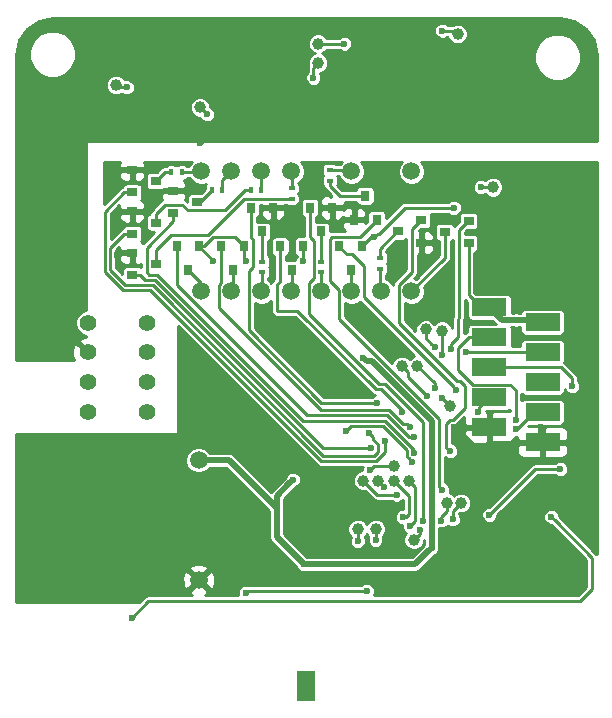
<source format=gbr>
G04 #@! TF.GenerationSoftware,KiCad,Pcbnew,no-vcs-found-7433~57~ubuntu16.10.1*
G04 #@! TF.CreationDate,2017-01-11T15:26:42+01:00*
G04 #@! TF.ProjectId,can-node,63616E2D6E6F64652E6B696361645F70,rev?*
G04 #@! TF.FileFunction,Copper,L2,Bot,Signal*
G04 #@! TF.FilePolarity,Positive*
%FSLAX46Y46*%
G04 Gerber Fmt 4.6, Leading zero omitted, Abs format (unit mm)*
G04 Created by KiCad (PCBNEW no-vcs-found-7433~57~ubuntu16.10.1) date Wed Jan 11 15:26:42 2017*
%MOMM*%
%LPD*%
G01*
G04 APERTURE LIST*
%ADD10C,0.100000*%
%ADD11C,1.500000*%
%ADD12R,3.000000X1.500000*%
%ADD13C,1.000000*%
%ADD14R,1.600000X2.500000*%
%ADD15C,0.600000*%
%ADD16R,0.900000X0.800000*%
%ADD17R,0.800000X0.900000*%
%ADD18R,0.400000X0.600000*%
%ADD19R,0.600000X0.400000*%
%ADD20C,1.400000*%
%ADD21C,0.250000*%
%ADD22C,0.500000*%
%ADD23C,0.750000*%
G04 APERTURE END LIST*
D10*
D11*
X136110000Y-78420000D03*
X138650000Y-78420000D03*
X141190000Y-78420000D03*
X143730000Y-78420000D03*
X148810000Y-78420000D03*
X153890000Y-78420000D03*
X153890000Y-88580000D03*
X151350000Y-88580000D03*
X148810000Y-88580000D03*
X146270000Y-88580000D03*
X143730000Y-88580000D03*
X141190000Y-88580000D03*
X138650000Y-88580000D03*
X136110000Y-88580000D03*
D12*
X160500000Y-89920000D03*
X165000000Y-91190000D03*
X160500000Y-92460000D03*
X165000000Y-93730000D03*
X160500000Y-95000000D03*
X165000000Y-96270000D03*
X160500000Y-97540000D03*
X165000000Y-98810000D03*
X160500000Y-100080000D03*
X165000000Y-101350000D03*
D13*
X128900000Y-71100000D03*
X136000000Y-73000000D03*
X157800000Y-66800000D03*
X146000000Y-67600000D03*
X146000000Y-69250000D03*
X150876000Y-108712000D03*
X149352000Y-108712000D03*
D14*
X145000000Y-122000000D03*
D15*
X145400000Y-121150000D03*
X145400000Y-122850000D03*
X145400000Y-122000000D03*
X144600000Y-121150000D03*
X144600000Y-122850000D03*
X144600000Y-122000000D03*
D16*
X130250000Y-83700000D03*
X130250000Y-81800000D03*
X132250000Y-82750000D03*
X132250000Y-79250000D03*
X130250000Y-78300000D03*
X130250000Y-80200000D03*
X130250000Y-87200000D03*
X130250000Y-85300000D03*
X132250000Y-86250000D03*
D17*
X141250000Y-83500000D03*
X142200000Y-81500000D03*
X140300000Y-81500000D03*
X145300000Y-81500000D03*
X147200000Y-81500000D03*
X146250000Y-83500000D03*
X150000000Y-80500000D03*
X149050000Y-82500000D03*
X150950000Y-82500000D03*
D16*
X133750000Y-81950000D03*
X133750000Y-80050000D03*
X135750000Y-81000000D03*
X152750000Y-83500000D03*
X154750000Y-84450000D03*
X154750000Y-82550000D03*
D17*
X134050000Y-84750000D03*
X135950000Y-84750000D03*
X135000000Y-86750000D03*
X138750000Y-86750000D03*
X139700000Y-84750000D03*
X137800000Y-84750000D03*
X148750000Y-86750000D03*
X149700000Y-84750000D03*
X147800000Y-84750000D03*
D16*
X156734000Y-83566000D03*
X158734000Y-84516000D03*
X158734000Y-82616000D03*
D17*
X142800000Y-84750000D03*
X144700000Y-84750000D03*
X143750000Y-86750000D03*
D18*
X141200000Y-80000000D03*
X140300000Y-80000000D03*
X133550000Y-78500000D03*
X134450000Y-78500000D03*
D19*
X143750000Y-79850000D03*
X143750000Y-80750000D03*
X141250000Y-86050000D03*
X141250000Y-86950000D03*
X146250000Y-86050000D03*
X146250000Y-86950000D03*
X147000000Y-78300000D03*
X147000000Y-79200000D03*
D18*
X137000000Y-80000000D03*
X137900000Y-80000000D03*
D19*
X151250000Y-86650000D03*
X151250000Y-85750000D03*
D13*
X160782000Y-79756000D03*
X152400000Y-103378000D03*
D20*
X126500000Y-91250000D03*
X126500000Y-93750000D03*
X126500000Y-96250000D03*
X126500000Y-98750000D03*
X131500000Y-91250000D03*
X131500000Y-93750000D03*
X131500000Y-96250000D03*
X131500000Y-98750000D03*
D13*
X153670000Y-104600000D03*
X152400000Y-104600000D03*
X151100000Y-104600000D03*
X149800000Y-104600000D03*
D11*
X135890000Y-102870000D03*
D13*
X158100000Y-106500000D03*
X156900000Y-106500000D03*
X154100000Y-109600000D03*
X154400000Y-94900000D03*
X155100000Y-91800000D03*
X156500000Y-91900000D03*
X157200000Y-98300000D03*
X153100000Y-94900000D03*
D11*
X135890000Y-113030000D03*
D15*
X145600000Y-70500000D03*
X136600000Y-73600000D03*
X121920000Y-102870000D03*
X121920000Y-113030000D03*
X158496000Y-91186000D03*
X157480000Y-100076000D03*
X156466279Y-108783658D03*
X157000000Y-109499988D03*
X139373002Y-102049466D03*
X125000000Y-83000000D03*
X121500000Y-83000000D03*
X152900000Y-86000000D03*
X157000000Y-88000000D03*
X168000000Y-86000000D03*
X136000000Y-76000000D03*
X145000000Y-66000000D03*
X128000000Y-66000000D03*
X136000000Y-66000000D03*
X135400000Y-100900000D03*
X135300000Y-97300000D03*
X135800000Y-94500000D03*
X141700000Y-101300000D03*
X164900000Y-100060002D03*
X164500000Y-108000000D03*
X151400000Y-113100000D03*
X144800000Y-113099992D03*
X152000000Y-109500000D03*
X158000000Y-80000000D03*
X165000000Y-80000002D03*
X144018000Y-91440000D03*
X145796000Y-93980000D03*
X148336000Y-96012000D03*
X148844000Y-90170000D03*
X153391467Y-93524635D03*
X160042957Y-113082298D03*
X169250000Y-96250000D03*
X169250000Y-105000000D03*
X167374990Y-113604093D03*
X129000000Y-85500000D03*
X129000000Y-82000000D03*
X129000000Y-78500000D03*
X147500000Y-68750000D03*
X124000000Y-72500000D03*
X145750000Y-75500000D03*
X162500000Y-66750000D03*
X165000000Y-75000000D03*
X153500000Y-75250000D03*
X156500000Y-66500000D03*
X155600004Y-110300000D03*
X139900000Y-85999998D03*
X137099994Y-86000000D03*
X159766000Y-79756000D03*
X162750000Y-91000000D03*
X157500000Y-81500000D03*
X150750000Y-84000000D03*
X144750000Y-86000000D03*
X149822807Y-94206706D03*
X143861784Y-104522114D03*
X144800000Y-111699996D03*
X166500000Y-103620010D03*
X153955166Y-103017696D03*
X160500000Y-107500000D03*
X148338460Y-100432692D03*
X139852970Y-114081930D03*
X150114000Y-113928990D03*
X162712479Y-99450868D03*
X158496000Y-93726000D03*
X148200000Y-67600000D03*
X130200000Y-116200000D03*
X165728755Y-107655143D03*
X149352000Y-109728000D03*
X150857100Y-109625002D03*
X156484678Y-97605329D03*
X157400000Y-107874998D03*
X156500000Y-94000000D03*
X155200000Y-97425010D03*
X155874990Y-93300000D03*
X155859668Y-96800000D03*
X159500000Y-98750000D03*
X162750000Y-100250000D03*
X167500000Y-96600000D03*
X150305453Y-100600045D03*
X151680213Y-101285091D03*
X150441098Y-101850057D03*
X151000000Y-97999996D03*
X153087791Y-98788105D03*
X157226000Y-93472000D03*
X157700000Y-96900000D03*
X153809212Y-100089145D03*
X154100008Y-100900000D03*
X154849994Y-108013378D03*
X156500000Y-105400000D03*
X154146043Y-102240789D03*
X157168024Y-102100000D03*
X150400000Y-103700000D03*
X152658404Y-105788061D03*
X151552000Y-105130000D03*
X153162000Y-107700002D03*
X153763447Y-108433314D03*
X129800000Y-71300000D03*
X154601405Y-108793933D03*
X156440840Y-107984051D03*
D21*
X145600000Y-70500000D02*
X145600000Y-69650000D01*
X145600000Y-69650000D02*
X146000000Y-69250000D01*
X136000000Y-73000000D02*
X136600000Y-73600000D01*
D22*
X121920000Y-113030000D02*
X121920000Y-102870000D01*
X169250000Y-101300000D02*
X169250000Y-102870000D01*
X169250000Y-102870000D02*
X169250000Y-105000000D01*
X169250000Y-102870000D02*
X160274000Y-102870000D01*
X160274000Y-102870000D02*
X157480000Y-100076000D01*
D21*
X157000000Y-109924252D02*
X157000000Y-109499988D01*
X157000000Y-110039341D02*
X157000000Y-109924252D01*
X160042957Y-113082298D02*
X157000000Y-110039341D01*
D23*
X121500000Y-83000000D02*
X125000000Y-83000000D01*
D22*
X145750000Y-75500000D02*
X136500000Y-75500000D01*
X136500000Y-75500000D02*
X136000000Y-76000000D01*
X145000000Y-66000000D02*
X145299999Y-65700001D01*
X145299999Y-65700001D02*
X161450001Y-65700001D01*
X162200001Y-66450001D02*
X162500000Y-66750000D01*
X161450001Y-65700001D02*
X162200001Y-66450001D01*
X128000000Y-66424264D02*
X128000000Y-66000000D01*
X128000000Y-68500000D02*
X128000000Y-66424264D01*
X124000000Y-72500000D02*
X128000000Y-68500000D01*
X136250000Y-66000000D02*
X136000000Y-66000000D01*
X145750000Y-75500000D02*
X136250000Y-66000000D01*
D21*
X135400000Y-100900000D02*
X135400000Y-97400000D01*
X135400000Y-97400000D02*
X135300000Y-97300000D01*
D22*
X164900000Y-100060002D02*
X164900000Y-101250000D01*
X164900000Y-101250000D02*
X165000000Y-101350000D01*
X169250000Y-96250000D02*
X169250000Y-101300000D01*
D21*
X165000000Y-101350000D02*
X166750000Y-101350000D01*
X166750000Y-101350000D02*
X166800000Y-101300000D01*
X166800000Y-101300000D02*
X169250000Y-101300000D01*
X160500000Y-100080000D02*
X160500000Y-101080000D01*
X160500000Y-101080000D02*
X160770000Y-101350000D01*
X160770000Y-101350000D02*
X163250000Y-101350000D01*
X163250000Y-101350000D02*
X165000000Y-101350000D01*
X167500000Y-105000000D02*
X169250000Y-105000000D01*
X164500000Y-108000000D02*
X167500000Y-105000000D01*
D22*
X144800008Y-113100000D02*
X144800000Y-113099992D01*
X151400000Y-113100000D02*
X144800008Y-113100000D01*
X165000000Y-80000002D02*
X163799998Y-78800000D01*
X163799998Y-78800000D02*
X159200000Y-78800000D01*
X158299999Y-79700001D02*
X158000000Y-80000000D01*
X159200000Y-78800000D02*
X158299999Y-79700001D01*
D21*
X145796000Y-93980000D02*
X145796000Y-93218000D01*
X145796000Y-93218000D02*
X144018000Y-91440000D01*
X148336000Y-96012000D02*
X146304000Y-93980000D01*
X146304000Y-93980000D02*
X145796000Y-93980000D01*
D22*
X153391467Y-93524635D02*
X152198635Y-93524635D01*
X152198635Y-93524635D02*
X148844000Y-90170000D01*
X160467221Y-113082298D02*
X160042957Y-113082298D01*
X167374990Y-113604093D02*
X166853195Y-113082298D01*
X166853195Y-113082298D02*
X160467221Y-113082298D01*
D21*
X130250000Y-85300000D02*
X129200000Y-85300000D01*
X129200000Y-85300000D02*
X129000000Y-85500000D01*
X130250000Y-81800000D02*
X129200000Y-81800000D01*
X129200000Y-81800000D02*
X129000000Y-82000000D01*
X130250000Y-78300000D02*
X129200000Y-78300000D01*
X129200000Y-78300000D02*
X129000000Y-78500000D01*
D22*
X153500000Y-75250000D02*
X164750000Y-75250000D01*
X164750000Y-75250000D02*
X165000000Y-75000000D01*
D21*
X156500000Y-66500000D02*
X157500000Y-66500000D01*
X157500000Y-66500000D02*
X157800000Y-66800000D01*
D22*
X149822807Y-94206706D02*
X150122806Y-94506705D01*
X150122806Y-94506705D02*
X150544583Y-94506705D01*
X150544583Y-94506705D02*
X155600000Y-99562122D01*
X155600000Y-99562122D02*
X155600000Y-106428042D01*
X155600000Y-106428042D02*
X155600004Y-106428046D01*
X155600004Y-106428046D02*
X155600004Y-109875736D01*
X155600004Y-109875736D02*
X155600004Y-110300000D01*
X155300005Y-110599999D02*
X155600004Y-110300000D01*
X154200008Y-111699996D02*
X155300005Y-110599999D01*
X144800000Y-111699996D02*
X154200008Y-111699996D01*
X142500000Y-107400000D02*
X142500000Y-106940000D01*
X142500000Y-106940000D02*
X138430000Y-102870000D01*
X138430000Y-102870000D02*
X135890000Y-102870000D01*
X142500000Y-107400000D02*
X142500000Y-105883898D01*
X142500000Y-109399996D02*
X142500000Y-107400000D01*
D21*
X139700000Y-85799998D02*
X139900000Y-85999998D01*
X139700000Y-84750000D02*
X139700000Y-85799998D01*
X137099994Y-85949994D02*
X137099994Y-86000000D01*
X135950000Y-84800000D02*
X137099994Y-85949994D01*
X135950000Y-84750000D02*
X135950000Y-84800000D01*
X160782000Y-79756000D02*
X159766000Y-79756000D01*
X158734000Y-84516000D02*
X158734000Y-88904000D01*
X158734000Y-88904000D02*
X159750000Y-89920000D01*
X159750000Y-89920000D02*
X160500000Y-89920000D01*
D22*
X162750000Y-91000000D02*
X161580000Y-91000000D01*
X161580000Y-91000000D02*
X160500000Y-89920000D01*
X162750000Y-91000000D02*
X164810000Y-91000000D01*
X164810000Y-91000000D02*
X165000000Y-91190000D01*
D21*
X153314998Y-81500000D02*
X157500000Y-81500000D01*
X150750000Y-84000000D02*
X151049999Y-83700001D01*
X151049999Y-83700001D02*
X151114997Y-83700001D01*
X151114997Y-83700001D02*
X153314998Y-81500000D01*
X150750000Y-84000000D02*
X150450000Y-84000000D01*
X150450000Y-84000000D02*
X149700000Y-84750000D01*
X144750000Y-86000000D02*
X144750000Y-84800000D01*
X144750000Y-84800000D02*
X144700000Y-84750000D01*
X139700000Y-84700000D02*
X139700000Y-84750000D01*
X138974999Y-83974999D02*
X139700000Y-84700000D01*
X135950000Y-84750000D02*
X136364998Y-84750000D01*
X136364998Y-84750000D02*
X137139999Y-83974999D01*
X137139999Y-83974999D02*
X138974999Y-83974999D01*
D22*
X143561785Y-104822113D02*
X143861784Y-104522114D01*
X142500000Y-105883898D02*
X143561785Y-104822113D01*
X144800000Y-111699996D02*
X142500000Y-109399996D01*
D21*
X164379990Y-103620010D02*
X166075736Y-103620010D01*
X160500000Y-107500000D02*
X164379990Y-103620010D01*
X166075736Y-103620010D02*
X166500000Y-103620010D01*
X153500000Y-102000000D02*
X153500000Y-102562530D01*
X153655167Y-102717697D02*
X153955166Y-103017696D01*
X153500000Y-102562530D02*
X153655167Y-102717697D01*
X148796117Y-99975035D02*
X151475035Y-99975035D01*
X151475035Y-99975035D02*
X153500000Y-102000000D01*
X148338460Y-100432692D02*
X148796117Y-99975035D01*
X150114000Y-113928990D02*
X140005910Y-113928990D01*
X140005910Y-113928990D02*
X139852970Y-114081930D01*
X162712479Y-96917477D02*
X162712479Y-99026604D01*
X157870999Y-95206001D02*
X159129997Y-96464999D01*
X157870999Y-93339001D02*
X157870999Y-95206001D01*
X160500000Y-92460000D02*
X158750000Y-92460000D01*
X158750000Y-92460000D02*
X157870999Y-93339001D01*
X159129997Y-96464999D02*
X162260001Y-96464999D01*
X162260001Y-96464999D02*
X162712479Y-96917477D01*
X162712479Y-99026604D02*
X162712479Y-99450868D01*
X158500000Y-93730000D02*
X158496000Y-93726000D01*
X165000000Y-93730000D02*
X158500000Y-93730000D01*
X146000000Y-67600000D02*
X148200000Y-67600000D01*
X130200000Y-116200000D02*
X131592000Y-114808000D01*
X131592000Y-114808000D02*
X168192000Y-114808000D01*
X168192000Y-114808000D02*
X169200000Y-113800000D01*
X169200000Y-113800000D02*
X169200000Y-111126388D01*
X169200000Y-111126388D02*
X166028754Y-107955142D01*
X166028754Y-107955142D02*
X165728755Y-107655143D01*
X149352000Y-109728000D02*
X149352000Y-108712000D01*
X150876000Y-109606102D02*
X150857100Y-109625002D01*
X150876000Y-108712000D02*
X150876000Y-109606102D01*
X156505329Y-97605329D02*
X156484678Y-97605329D01*
X157200000Y-98300000D02*
X156505329Y-97605329D01*
X157400000Y-107874998D02*
X157400000Y-107200000D01*
X157400000Y-107200000D02*
X158100000Y-106500000D01*
X156500000Y-94000000D02*
X156500000Y-92607106D01*
X156500000Y-92607106D02*
X156500000Y-91900000D01*
X153599999Y-95399999D02*
X153599999Y-95825009D01*
X153100000Y-94900000D02*
X153599999Y-95399999D01*
X153599999Y-95825009D02*
X155200000Y-97425010D01*
X155100000Y-92525010D02*
X155574991Y-93000001D01*
X155100000Y-91800000D02*
X155100000Y-92525010D01*
X155574991Y-93000001D02*
X155874990Y-93300000D01*
X154400000Y-94900000D02*
X155859668Y-96359668D01*
X155859668Y-96375736D02*
X155859668Y-96800000D01*
X155859668Y-96359668D02*
X155859668Y-96375736D01*
X159500000Y-98750000D02*
X159500000Y-98540000D01*
X159500000Y-98540000D02*
X160500000Y-97540000D01*
X162810000Y-100250000D02*
X162750000Y-100250000D01*
X164250000Y-98810000D02*
X162810000Y-100250000D01*
X165000000Y-98810000D02*
X164250000Y-98810000D01*
X167500000Y-96600000D02*
X167500000Y-95934998D01*
X166565002Y-95000000D02*
X162250000Y-95000000D01*
X167500000Y-95934998D02*
X166565002Y-95000000D01*
X162250000Y-95000000D02*
X160500000Y-95000000D01*
X136110000Y-88580000D02*
X136110000Y-87860000D01*
X136110000Y-87860000D02*
X135000000Y-86750000D01*
X138750000Y-86750000D02*
X138750000Y-88480000D01*
X138750000Y-88480000D02*
X138650000Y-88580000D01*
X141250000Y-86950000D02*
X141250000Y-88520000D01*
X141250000Y-88520000D02*
X141190000Y-88580000D01*
X143750000Y-86750000D02*
X143750000Y-88560000D01*
X143750000Y-88560000D02*
X143730000Y-88580000D01*
X146250000Y-86950000D02*
X146250000Y-88560000D01*
X146250000Y-88560000D02*
X146270000Y-88580000D01*
X148750000Y-86750000D02*
X148750000Y-88520000D01*
X148750000Y-88520000D02*
X148810000Y-88580000D01*
X151250000Y-86650000D02*
X151250000Y-88480000D01*
X151250000Y-88480000D02*
X151350000Y-88580000D01*
X153890000Y-88580000D02*
X156734000Y-85736000D01*
X156734000Y-85736000D02*
X156734000Y-83566000D01*
X147000000Y-78300000D02*
X148690000Y-78300000D01*
X148690000Y-78300000D02*
X148810000Y-78420000D01*
X143750000Y-79850000D02*
X143750000Y-78440000D01*
X143750000Y-78440000D02*
X143730000Y-78420000D01*
X141200000Y-80000000D02*
X141200000Y-78430000D01*
X141200000Y-78430000D02*
X141190000Y-78420000D01*
X137900000Y-80000000D02*
X137900000Y-79170000D01*
X137900000Y-79170000D02*
X138650000Y-78420000D01*
X134450000Y-78500000D02*
X136030000Y-78500000D01*
X136030000Y-78500000D02*
X136110000Y-78420000D01*
X133039999Y-81224999D02*
X132250000Y-82014998D01*
X132250000Y-82100000D02*
X132250000Y-82750000D01*
X134960003Y-81725001D02*
X134460001Y-81224999D01*
X140300000Y-80000000D02*
X139850000Y-80000000D01*
X139850000Y-80000000D02*
X138124999Y-81725001D01*
X138124999Y-81725001D02*
X134960003Y-81725001D01*
X134460001Y-81224999D02*
X133039999Y-81224999D01*
X132250000Y-82014998D02*
X132250000Y-82100000D01*
X132250000Y-85600000D02*
X132250000Y-86250000D01*
X133565009Y-83799989D02*
X132250000Y-85114998D01*
X136953599Y-83524988D02*
X136678599Y-83799989D01*
X136961423Y-83524988D02*
X136953599Y-83524988D01*
X132250000Y-85114998D02*
X132250000Y-85600000D01*
X143174999Y-80724999D02*
X139761412Y-80724999D01*
X139761412Y-80724999D02*
X136961423Y-83524988D01*
X143200000Y-80750000D02*
X143174999Y-80724999D01*
X136678599Y-83799989D02*
X133565009Y-83799989D01*
X143750000Y-80750000D02*
X143200000Y-80750000D01*
X146250000Y-83500000D02*
X146250000Y-84200000D01*
X146250000Y-84200000D02*
X146250000Y-86050000D01*
X135750000Y-81000000D02*
X136000000Y-81000000D01*
X136000000Y-81000000D02*
X137000000Y-80000000D01*
X129550000Y-83700000D02*
X128374999Y-84875001D01*
X131977169Y-88049989D02*
X146402238Y-102475058D01*
X150741099Y-102475058D02*
X151066099Y-102150058D01*
X150605452Y-100900044D02*
X150305453Y-100600045D01*
X128374999Y-84875001D02*
X128374999Y-86760001D01*
X129664987Y-88049989D02*
X131977169Y-88049989D01*
X146402238Y-102475058D02*
X150741099Y-102475058D01*
X150605452Y-101089409D02*
X150605452Y-100900044D01*
X130250000Y-83700000D02*
X129550000Y-83700000D01*
X151066099Y-101550056D02*
X150605452Y-101089409D01*
X151066099Y-102150058D02*
X151066099Y-101550056D01*
X128374999Y-86760001D02*
X129664987Y-88049989D01*
X146215839Y-102925069D02*
X150927499Y-102925069D01*
X131790770Y-88500000D02*
X146215839Y-102925069D01*
X130250000Y-80200000D02*
X129550000Y-80200000D01*
X129478587Y-88500000D02*
X131790770Y-88500000D01*
X150927499Y-102925069D02*
X151680213Y-102172355D01*
X151680213Y-102172355D02*
X151680213Y-101709355D01*
X129550000Y-80200000D02*
X127924988Y-81825012D01*
X127924988Y-86946401D02*
X129478587Y-88500000D01*
X151680213Y-101709355D02*
X151680213Y-101285091D01*
X127924988Y-81825012D02*
X127924988Y-86946401D01*
X130250000Y-87200000D02*
X130950000Y-87200000D01*
X146413647Y-101850057D02*
X150016834Y-101850057D01*
X131349978Y-87599978D02*
X132163568Y-87599978D01*
X132163568Y-87599978D02*
X146413647Y-101850057D01*
X130950000Y-87200000D02*
X131349978Y-87599978D01*
X150016834Y-101850057D02*
X150441098Y-101850057D01*
X140300000Y-81500000D02*
X140300000Y-83985002D01*
X150575736Y-97999996D02*
X151000000Y-97999996D01*
X146249996Y-97999996D02*
X150575736Y-97999996D01*
X140114999Y-91864999D02*
X146249996Y-97999996D01*
X140525005Y-84210007D02*
X140525005Y-86474995D01*
X140300000Y-83985002D02*
X140525005Y-84210007D01*
X140525005Y-86474995D02*
X140114999Y-86885001D01*
X140114999Y-86885001D02*
X140114999Y-91864999D01*
X153087791Y-98662787D02*
X153087791Y-98788105D01*
X144250000Y-90250000D02*
X150874998Y-96874998D01*
X150874998Y-96874998D02*
X151300002Y-96874998D01*
X151300002Y-96874998D02*
X153087791Y-98662787D01*
X142500000Y-90250000D02*
X144250000Y-90250000D01*
X142800000Y-87700000D02*
X142500000Y-88000000D01*
X142800000Y-84750000D02*
X142800000Y-87700000D01*
X142500000Y-88000000D02*
X142500000Y-90250000D01*
X157226000Y-93047736D02*
X157226000Y-93472000D01*
X157958999Y-90797999D02*
X157870999Y-90885999D01*
X157958999Y-83341001D02*
X157958999Y-90797999D01*
X158684000Y-82616000D02*
X157958999Y-83341001D01*
X158734000Y-82616000D02*
X158684000Y-82616000D01*
X157870999Y-92402737D02*
X157226000Y-93047736D01*
X157870999Y-90885999D02*
X157870999Y-92402737D01*
X149885001Y-89085001D02*
X157400001Y-96600001D01*
X149885001Y-86449999D02*
X149885001Y-89085001D01*
X157400001Y-96600001D02*
X157700000Y-96900000D01*
X148885002Y-85450000D02*
X149885001Y-86449999D01*
X148450000Y-85450000D02*
X148885002Y-85450000D01*
X147800000Y-84800000D02*
X148450000Y-85450000D01*
X147800000Y-84750000D02*
X147800000Y-84800000D01*
X153509213Y-99789146D02*
X153809212Y-100089145D01*
X137800000Y-87838998D02*
X137574999Y-88063999D01*
X137574999Y-89961409D02*
X146238596Y-98625006D01*
X152034237Y-98625006D02*
X153198377Y-99789146D01*
X137574999Y-88063999D02*
X137574999Y-89961409D01*
X137800000Y-84750000D02*
X137800000Y-87838998D01*
X146238596Y-98625006D02*
X152034237Y-98625006D01*
X153198377Y-99789146D02*
X153509213Y-99789146D01*
X145047834Y-99075013D02*
X151847834Y-99075013D01*
X134050000Y-88077179D02*
X145047834Y-99075013D01*
X153675744Y-100900000D02*
X154100008Y-100900000D01*
X134050000Y-84750000D02*
X134050000Y-88077179D01*
X151847834Y-99075013D02*
X153672821Y-100900000D01*
X153672821Y-100900000D02*
X153675744Y-100900000D01*
X154849994Y-107589114D02*
X154849994Y-108013378D01*
X154849994Y-99625304D02*
X154849994Y-107589114D01*
X151116084Y-96424987D02*
X151649677Y-96424987D01*
X151649677Y-96424987D02*
X154849994Y-99625304D01*
X145194999Y-90503902D02*
X151116084Y-96424987D01*
X145624999Y-87410001D02*
X145194999Y-87840001D01*
X145300000Y-83985002D02*
X145624999Y-84310001D01*
X145300000Y-81500000D02*
X145300000Y-83985002D01*
X145194999Y-87840001D02*
X145194999Y-90503902D01*
X145624999Y-84310001D02*
X145624999Y-87410001D01*
X147000000Y-87718998D02*
X147734999Y-88453997D01*
X156200001Y-105100001D02*
X156500000Y-105400000D01*
X156200001Y-99348935D02*
X156200001Y-105100001D01*
X147734999Y-88453997D02*
X147734999Y-90883933D01*
X147734999Y-90883933D02*
X156200001Y-99348935D01*
X147000000Y-84114998D02*
X147000000Y-87718998D01*
X147139999Y-83974999D02*
X147000000Y-84114998D01*
X149525001Y-83974999D02*
X147139999Y-83974999D01*
X150950000Y-82550000D02*
X149525001Y-83974999D01*
X150950000Y-82500000D02*
X150950000Y-82550000D01*
X131474999Y-86910000D02*
X131714965Y-87149967D01*
X151661434Y-99525024D02*
X154146043Y-102009633D01*
X131474999Y-84875001D02*
X131474999Y-86910000D01*
X133750000Y-81950000D02*
X133750000Y-82600000D01*
X131714965Y-87149967D02*
X132349967Y-87149967D01*
X144725024Y-99525024D02*
X151661434Y-99525024D01*
X132349967Y-87149967D02*
X144725024Y-99525024D01*
X154146043Y-102009633D02*
X154146043Y-102240789D01*
X133750000Y-82600000D02*
X131474999Y-84875001D01*
X156854998Y-99775998D02*
X156854998Y-101786974D01*
X156868025Y-101800001D02*
X157168024Y-102100000D01*
X156854998Y-101786974D02*
X156868025Y-101800001D01*
X157433998Y-99450998D02*
X157179998Y-99450998D01*
X158425002Y-96599998D02*
X158425002Y-98459994D01*
X157746488Y-96171490D02*
X157996494Y-96171490D01*
X157179998Y-99450998D02*
X156854998Y-99775998D01*
X152814999Y-91240001D02*
X157746488Y-96171490D01*
X153974999Y-86903999D02*
X152814999Y-88063999D01*
X154700000Y-82550000D02*
X153974999Y-83275001D01*
X157996494Y-96171490D02*
X158425002Y-96599998D01*
X153974999Y-83275001D02*
X153974999Y-86903999D01*
X158425002Y-98459994D02*
X157433998Y-99450998D01*
X154750000Y-82550000D02*
X154700000Y-82550000D01*
X152814999Y-88063999D02*
X152814999Y-91240001D01*
X150722000Y-103378000D02*
X150699999Y-103400001D01*
X152400000Y-103378000D02*
X150722000Y-103378000D01*
X150699999Y-103400001D02*
X150400000Y-103700000D01*
X133550000Y-78500000D02*
X133000000Y-78500000D01*
X133000000Y-78500000D02*
X132250000Y-79250000D01*
X141250000Y-86050000D02*
X141250000Y-83500000D01*
X147000000Y-79650000D02*
X147000000Y-79200000D01*
X150000000Y-80500000D02*
X147850000Y-80500000D01*
X147850000Y-80500000D02*
X147000000Y-79650000D01*
X151250000Y-85750000D02*
X151250000Y-84950000D01*
X151250000Y-84950000D02*
X152700000Y-83500000D01*
X152700000Y-83500000D02*
X152750000Y-83500000D01*
X152234140Y-105788061D02*
X152658404Y-105788061D01*
X149800000Y-104600000D02*
X150988061Y-105788061D01*
X150988061Y-105788061D02*
X152234140Y-105788061D01*
X151552000Y-105130000D02*
X151552000Y-105052000D01*
X151552000Y-105052000D02*
X151100000Y-104600000D01*
X152448022Y-104648000D02*
X152400000Y-104648000D01*
X153670000Y-105869978D02*
X152448022Y-104648000D01*
X153670000Y-105918000D02*
X153670000Y-105869978D01*
X152400000Y-104600000D02*
X153670000Y-105870000D01*
X153670000Y-105870000D02*
X153670000Y-105918000D01*
X153162000Y-107700002D02*
X153411998Y-107700002D01*
X153411998Y-107700002D02*
X153670000Y-107442000D01*
X153670000Y-107442000D02*
X153670000Y-105918000D01*
X153763447Y-108433314D02*
X154169999Y-108026762D01*
X154169999Y-105099999D02*
X153670000Y-104600000D01*
X154169999Y-108026762D02*
X154169999Y-105099999D01*
X129800000Y-71300000D02*
X129100000Y-71300000D01*
X129100000Y-71300000D02*
X128900000Y-71100000D01*
X154100000Y-109600000D02*
X154601405Y-109098595D01*
X154601405Y-109098595D02*
X154601405Y-108793933D01*
X156440840Y-107666266D02*
X156440840Y-107984051D01*
X156900000Y-107207106D02*
X156440840Y-107666266D01*
X156900000Y-106500000D02*
X156900000Y-107207106D01*
G36*
X147856828Y-77781907D02*
X147849315Y-77800000D01*
X147525999Y-77800000D01*
X147446317Y-77746758D01*
X147300000Y-77717654D01*
X146700000Y-77717654D01*
X146553683Y-77746758D01*
X146429641Y-77829641D01*
X146346758Y-77953683D01*
X146317654Y-78100000D01*
X146317654Y-78500000D01*
X146346758Y-78646317D01*
X146416037Y-78750000D01*
X146346758Y-78853683D01*
X146317654Y-79000000D01*
X146317654Y-79400000D01*
X146346758Y-79546317D01*
X146429641Y-79670359D01*
X146515455Y-79727699D01*
X146525787Y-79779641D01*
X146538060Y-79841342D01*
X146646447Y-80003553D01*
X147070998Y-80428105D01*
X147070998Y-80575248D01*
X146912750Y-80417000D01*
X146674088Y-80417000D01*
X146441434Y-80513369D01*
X146263368Y-80691435D01*
X146167000Y-80924089D01*
X146167000Y-81212750D01*
X146325250Y-81371000D01*
X147071000Y-81371000D01*
X147071000Y-81351000D01*
X147329000Y-81351000D01*
X147329000Y-81371000D01*
X148074750Y-81371000D01*
X148233000Y-81212750D01*
X148233000Y-81000000D01*
X149227600Y-81000000D01*
X149246758Y-81096317D01*
X149329641Y-81220359D01*
X149453683Y-81303242D01*
X149600000Y-81332346D01*
X150400000Y-81332346D01*
X150546317Y-81303242D01*
X150670359Y-81220359D01*
X150753242Y-81096317D01*
X150782346Y-80950000D01*
X150782346Y-80050000D01*
X150753242Y-79903683D01*
X150743884Y-79889677D01*
X159090883Y-79889677D01*
X159193429Y-80137857D01*
X159383144Y-80327903D01*
X159631145Y-80430883D01*
X159899677Y-80431117D01*
X160126163Y-80337535D01*
X160285705Y-80497356D01*
X160607188Y-80630848D01*
X160955285Y-80631151D01*
X161277000Y-80498221D01*
X161523356Y-80252295D01*
X161656848Y-79930812D01*
X161657151Y-79582715D01*
X161524221Y-79261000D01*
X161278295Y-79014644D01*
X160956812Y-78881152D01*
X160608715Y-78880849D01*
X160287000Y-79013779D01*
X160125923Y-79174574D01*
X159900855Y-79081117D01*
X159632323Y-79080883D01*
X159384143Y-79183429D01*
X159194097Y-79373144D01*
X159091117Y-79621145D01*
X159090883Y-79889677D01*
X150743884Y-79889677D01*
X150670359Y-79779641D01*
X150546317Y-79696758D01*
X150400000Y-79667654D01*
X149600000Y-79667654D01*
X149453683Y-79696758D01*
X149329641Y-79779641D01*
X149246758Y-79903683D01*
X149227600Y-80000000D01*
X148057107Y-80000000D01*
X147633287Y-79576181D01*
X147653242Y-79546317D01*
X147682346Y-79400000D01*
X147682346Y-79000000D01*
X147653242Y-78853683D01*
X147617372Y-78800000D01*
X147749761Y-78800000D01*
X147855715Y-79056429D01*
X148171907Y-79373172D01*
X148585242Y-79544804D01*
X149032795Y-79545195D01*
X149446429Y-79374285D01*
X149763172Y-79058093D01*
X149934804Y-78644758D01*
X149935195Y-78197205D01*
X149764285Y-77783571D01*
X149605990Y-77625000D01*
X153094008Y-77625000D01*
X152936828Y-77781907D01*
X152765196Y-78195242D01*
X152764805Y-78642795D01*
X152935715Y-79056429D01*
X153251907Y-79373172D01*
X153665242Y-79544804D01*
X154112795Y-79545195D01*
X154526429Y-79374285D01*
X154843172Y-79058093D01*
X155014804Y-78644758D01*
X155015195Y-78197205D01*
X154844285Y-77783571D01*
X154685990Y-77625000D01*
X169575000Y-77625000D01*
X169575000Y-110804932D01*
X169553553Y-110772835D01*
X166403783Y-107623065D01*
X166403872Y-107521466D01*
X166301326Y-107273286D01*
X166111611Y-107083240D01*
X165863610Y-106980260D01*
X165595078Y-106980026D01*
X165346898Y-107082572D01*
X165156852Y-107272287D01*
X165053872Y-107520288D01*
X165053638Y-107788820D01*
X165156184Y-108037000D01*
X165345899Y-108227046D01*
X165593900Y-108330026D01*
X165696622Y-108330116D01*
X168700000Y-111333494D01*
X168700000Y-113592893D01*
X167984894Y-114308000D01*
X150687500Y-114308000D01*
X150788883Y-114063845D01*
X150789117Y-113795313D01*
X150686571Y-113547133D01*
X150496856Y-113357087D01*
X150248855Y-113254107D01*
X149980323Y-113253873D01*
X149732143Y-113356419D01*
X149659445Y-113428990D01*
X140040669Y-113428990D01*
X139987825Y-113407047D01*
X139719293Y-113406813D01*
X139471113Y-113509359D01*
X139281067Y-113699074D01*
X139178087Y-113947075D01*
X139177853Y-114215607D01*
X139216029Y-114308000D01*
X136451248Y-114308000D01*
X136610994Y-114241831D01*
X136679259Y-114001693D01*
X135890000Y-113212434D01*
X135100741Y-114001693D01*
X135169006Y-114241831D01*
X135355849Y-114308000D01*
X131592000Y-114308000D01*
X131400658Y-114346060D01*
X131238446Y-114454447D01*
X130817893Y-114875000D01*
X120425000Y-114875000D01*
X120425000Y-112827635D01*
X134494501Y-112827635D01*
X134523286Y-113377073D01*
X134678169Y-113750994D01*
X134918307Y-113819259D01*
X135707566Y-113030000D01*
X136072434Y-113030000D01*
X136861693Y-113819259D01*
X137101831Y-113750994D01*
X137285499Y-113232365D01*
X137256714Y-112682927D01*
X137101831Y-112309006D01*
X136861693Y-112240741D01*
X136072434Y-113030000D01*
X135707566Y-113030000D01*
X134918307Y-112240741D01*
X134678169Y-112309006D01*
X134494501Y-112827635D01*
X120425000Y-112827635D01*
X120425000Y-112058307D01*
X135100741Y-112058307D01*
X135890000Y-112847566D01*
X136679259Y-112058307D01*
X136610994Y-111818169D01*
X136092365Y-111634501D01*
X135542927Y-111663286D01*
X135169006Y-111818169D01*
X135100741Y-112058307D01*
X120425000Y-112058307D01*
X120425000Y-100625000D01*
X134000000Y-100625000D01*
X134047835Y-100615485D01*
X134088388Y-100588388D01*
X134115485Y-100547835D01*
X134125000Y-100500000D01*
X134125000Y-91541336D01*
X145862285Y-103278622D01*
X145963792Y-103346447D01*
X146024497Y-103387009D01*
X146215839Y-103425069D01*
X149783282Y-103425069D01*
X149725117Y-103565145D01*
X149724978Y-103724935D01*
X149626715Y-103724849D01*
X149305000Y-103857779D01*
X149058644Y-104103705D01*
X148925152Y-104425188D01*
X148924849Y-104773285D01*
X149057779Y-105095000D01*
X149303705Y-105341356D01*
X149625188Y-105474848D01*
X149968040Y-105475146D01*
X150634508Y-106141614D01*
X150796719Y-106250001D01*
X150988061Y-106288061D01*
X152203770Y-106288061D01*
X152275548Y-106359964D01*
X152523549Y-106462944D01*
X152792081Y-106463178D01*
X153040261Y-106360632D01*
X153170000Y-106231119D01*
X153170000Y-107025008D01*
X153028323Y-107024885D01*
X152780143Y-107127431D01*
X152590097Y-107317146D01*
X152487117Y-107565147D01*
X152486883Y-107833679D01*
X152589429Y-108081859D01*
X152779144Y-108271905D01*
X153027145Y-108374885D01*
X153088497Y-108374938D01*
X153088330Y-108566991D01*
X153190876Y-108815171D01*
X153380591Y-109005217D01*
X153434768Y-109027714D01*
X153358644Y-109103705D01*
X153225152Y-109425188D01*
X153224849Y-109773285D01*
X153357779Y-110095000D01*
X153603705Y-110341356D01*
X153925188Y-110474848D01*
X154273285Y-110475151D01*
X154595000Y-110342221D01*
X154841356Y-110096295D01*
X154974848Y-109774812D01*
X154975004Y-109595594D01*
X154975004Y-110041116D01*
X153941124Y-111074996D01*
X145058884Y-111074996D01*
X143125000Y-109141112D01*
X143125000Y-108885285D01*
X148476849Y-108885285D01*
X148609779Y-109207000D01*
X148770574Y-109368077D01*
X148677117Y-109593145D01*
X148676883Y-109861677D01*
X148779429Y-110109857D01*
X148969144Y-110299903D01*
X149217145Y-110402883D01*
X149485677Y-110403117D01*
X149733857Y-110300571D01*
X149923903Y-110110856D01*
X150026883Y-109862855D01*
X150027117Y-109594323D01*
X149933535Y-109367837D01*
X150093356Y-109208295D01*
X150113886Y-109158854D01*
X150133779Y-109207000D01*
X150251022Y-109324448D01*
X150182217Y-109490147D01*
X150181983Y-109758679D01*
X150284529Y-110006859D01*
X150474244Y-110196905D01*
X150722245Y-110299885D01*
X150990777Y-110300119D01*
X151238957Y-110197573D01*
X151429003Y-110007858D01*
X151531983Y-109759857D01*
X151532217Y-109491325D01*
X151474284Y-109351117D01*
X151617356Y-109208295D01*
X151750848Y-108886812D01*
X151751151Y-108538715D01*
X151618221Y-108217000D01*
X151372295Y-107970644D01*
X151050812Y-107837152D01*
X150702715Y-107836849D01*
X150381000Y-107969779D01*
X150134644Y-108215705D01*
X150114114Y-108265146D01*
X150094221Y-108217000D01*
X149848295Y-107970644D01*
X149526812Y-107837152D01*
X149178715Y-107836849D01*
X148857000Y-107969779D01*
X148610644Y-108215705D01*
X148477152Y-108537188D01*
X148476849Y-108885285D01*
X143125000Y-108885285D01*
X143125000Y-106142782D01*
X144123424Y-105144358D01*
X144243641Y-105094685D01*
X144433687Y-104904970D01*
X144536667Y-104656969D01*
X144536901Y-104388437D01*
X144434355Y-104140257D01*
X144244640Y-103950211D01*
X143996639Y-103847231D01*
X143728107Y-103846997D01*
X143479927Y-103949543D01*
X143289881Y-104139258D01*
X143239552Y-104260462D01*
X142058058Y-105441956D01*
X141989077Y-105545193D01*
X138871942Y-102428058D01*
X138669177Y-102292575D01*
X138430000Y-102245000D01*
X136849007Y-102245000D01*
X136844285Y-102233571D01*
X136528093Y-101916828D01*
X136114758Y-101745196D01*
X135667205Y-101744805D01*
X135253571Y-101915715D01*
X134936828Y-102231907D01*
X134765196Y-102645242D01*
X134764805Y-103092795D01*
X134935715Y-103506429D01*
X135251907Y-103823172D01*
X135665242Y-103994804D01*
X136112795Y-103995195D01*
X136526429Y-103824285D01*
X136843172Y-103508093D01*
X136848609Y-103495000D01*
X138171116Y-103495000D01*
X141875000Y-107198884D01*
X141875000Y-109399996D01*
X141922575Y-109639173D01*
X142058058Y-109841938D01*
X144177756Y-111961636D01*
X144227429Y-112081853D01*
X144417144Y-112271899D01*
X144665145Y-112374879D01*
X144933677Y-112375113D01*
X145054969Y-112324996D01*
X154200008Y-112324996D01*
X154439185Y-112277421D01*
X154641950Y-112141938D01*
X155861644Y-110922244D01*
X155981861Y-110872571D01*
X156171907Y-110682856D01*
X156274887Y-110434855D01*
X156275121Y-110166323D01*
X156225004Y-110045031D01*
X156225004Y-108625307D01*
X156305985Y-108658934D01*
X156574517Y-108659168D01*
X156822697Y-108556622D01*
X156974950Y-108404634D01*
X157017144Y-108446901D01*
X157265145Y-108549881D01*
X157533677Y-108550115D01*
X157781857Y-108447569D01*
X157971903Y-108257854D01*
X158074883Y-108009853D01*
X158075117Y-107741321D01*
X158030640Y-107633677D01*
X159824883Y-107633677D01*
X159927429Y-107881857D01*
X160117144Y-108071903D01*
X160365145Y-108174883D01*
X160633677Y-108175117D01*
X160881857Y-108072571D01*
X161071903Y-107882856D01*
X161174883Y-107634855D01*
X161174973Y-107532134D01*
X164587097Y-104120010D01*
X166045366Y-104120010D01*
X166117144Y-104191913D01*
X166365145Y-104294893D01*
X166633677Y-104295127D01*
X166881857Y-104192581D01*
X167071903Y-104002866D01*
X167174883Y-103754865D01*
X167175117Y-103486333D01*
X167072571Y-103238153D01*
X166882856Y-103048107D01*
X166634855Y-102945127D01*
X166366323Y-102944893D01*
X166118143Y-103047439D01*
X166045445Y-103120010D01*
X164379990Y-103120010D01*
X164188648Y-103158070D01*
X164026436Y-103266457D01*
X160467922Y-106824972D01*
X160366323Y-106824883D01*
X160118143Y-106927429D01*
X159928097Y-107117144D01*
X159825117Y-107365145D01*
X159824883Y-107633677D01*
X158030640Y-107633677D01*
X157972571Y-107493141D01*
X157900000Y-107420443D01*
X157900000Y-107407106D01*
X157932252Y-107374854D01*
X158273285Y-107375151D01*
X158595000Y-107242221D01*
X158841356Y-106996295D01*
X158974848Y-106674812D01*
X158975151Y-106326715D01*
X158842221Y-106005000D01*
X158596295Y-105758644D01*
X158274812Y-105625152D01*
X157926715Y-105624849D01*
X157605000Y-105757779D01*
X157500033Y-105862563D01*
X157396295Y-105758644D01*
X157128185Y-105647315D01*
X157174883Y-105534855D01*
X157175117Y-105266323D01*
X157072571Y-105018143D01*
X156882856Y-104828097D01*
X156700001Y-104752168D01*
X156700001Y-102586587D01*
X156785168Y-102671903D01*
X157033169Y-102774883D01*
X157301701Y-102775117D01*
X157549881Y-102672571D01*
X157739927Y-102482856D01*
X157842907Y-102234855D01*
X157843141Y-101966323D01*
X157740595Y-101718143D01*
X157659843Y-101637250D01*
X162867000Y-101637250D01*
X162867000Y-102225911D01*
X162963368Y-102458565D01*
X163141434Y-102636631D01*
X163374088Y-102733000D01*
X164712750Y-102733000D01*
X164871000Y-102574750D01*
X164871000Y-101479000D01*
X165129000Y-101479000D01*
X165129000Y-102574750D01*
X165287250Y-102733000D01*
X166625912Y-102733000D01*
X166858566Y-102636631D01*
X167036632Y-102458565D01*
X167133000Y-102225911D01*
X167133000Y-101637250D01*
X166974750Y-101479000D01*
X165129000Y-101479000D01*
X164871000Y-101479000D01*
X163025250Y-101479000D01*
X162867000Y-101637250D01*
X157659843Y-101637250D01*
X157550880Y-101528097D01*
X157354998Y-101446759D01*
X157354998Y-100367250D01*
X158367000Y-100367250D01*
X158367000Y-100955911D01*
X158463368Y-101188565D01*
X158641434Y-101366631D01*
X158874088Y-101463000D01*
X160212750Y-101463000D01*
X160371000Y-101304750D01*
X160371000Y-100209000D01*
X158525250Y-100209000D01*
X158367000Y-100367250D01*
X157354998Y-100367250D01*
X157354998Y-99983104D01*
X157387105Y-99950998D01*
X157433998Y-99950998D01*
X157625340Y-99912938D01*
X157787551Y-99804551D01*
X158367000Y-99225103D01*
X158367000Y-99792750D01*
X158525250Y-99951000D01*
X160371000Y-99951000D01*
X160371000Y-98855250D01*
X160212750Y-98697000D01*
X160175047Y-98697000D01*
X160175068Y-98672346D01*
X162000000Y-98672346D01*
X162146317Y-98643242D01*
X162212479Y-98599034D01*
X162212479Y-98732857D01*
X162125912Y-98697000D01*
X160787250Y-98697000D01*
X160629000Y-98855250D01*
X160629000Y-99951000D01*
X160649000Y-99951000D01*
X160649000Y-100209000D01*
X160629000Y-100209000D01*
X160629000Y-101304750D01*
X160787250Y-101463000D01*
X162125912Y-101463000D01*
X162358566Y-101366631D01*
X162536632Y-101188565D01*
X162633000Y-100955911D01*
X162633000Y-100924899D01*
X162867000Y-100925102D01*
X162867000Y-101062750D01*
X163025250Y-101221000D01*
X164871000Y-101221000D01*
X164871000Y-100125250D01*
X165129000Y-100125250D01*
X165129000Y-101221000D01*
X166974750Y-101221000D01*
X167133000Y-101062750D01*
X167133000Y-100474089D01*
X167036632Y-100241435D01*
X166858566Y-100063369D01*
X166625912Y-99967000D01*
X165287250Y-99967000D01*
X165129000Y-100125250D01*
X164871000Y-100125250D01*
X164712750Y-99967000D01*
X163800106Y-99967000D01*
X163824760Y-99942346D01*
X166500000Y-99942346D01*
X166646317Y-99913242D01*
X166770359Y-99830359D01*
X166853242Y-99706317D01*
X166882346Y-99560000D01*
X166882346Y-98060000D01*
X166853242Y-97913683D01*
X166770359Y-97789641D01*
X166646317Y-97706758D01*
X166500000Y-97677654D01*
X163500000Y-97677654D01*
X163353683Y-97706758D01*
X163229641Y-97789641D01*
X163212479Y-97815326D01*
X163212479Y-97264674D01*
X163229641Y-97290359D01*
X163353683Y-97373242D01*
X163500000Y-97402346D01*
X166500000Y-97402346D01*
X166646317Y-97373242D01*
X166770359Y-97290359D01*
X166853242Y-97166317D01*
X166882346Y-97020000D01*
X166882346Y-96872748D01*
X166927429Y-96981857D01*
X167117144Y-97171903D01*
X167365145Y-97274883D01*
X167633677Y-97275117D01*
X167881857Y-97172571D01*
X168071903Y-96982856D01*
X168174883Y-96734855D01*
X168175117Y-96466323D01*
X168072571Y-96218143D01*
X168000000Y-96145445D01*
X168000000Y-95934998D01*
X167961940Y-95743656D01*
X167853553Y-95581445D01*
X166918555Y-94646447D01*
X166857370Y-94605564D01*
X166882346Y-94480000D01*
X166882346Y-92980000D01*
X166853242Y-92833683D01*
X166770359Y-92709641D01*
X166646317Y-92626758D01*
X166500000Y-92597654D01*
X163500000Y-92597654D01*
X163353683Y-92626758D01*
X163229641Y-92709641D01*
X163146758Y-92833683D01*
X163117654Y-92980000D01*
X163117654Y-93230000D01*
X162378368Y-93230000D01*
X162382346Y-93210000D01*
X162382346Y-91710000D01*
X162365439Y-91625000D01*
X162495015Y-91625000D01*
X162615145Y-91674883D01*
X162883677Y-91675117D01*
X163004969Y-91625000D01*
X163117654Y-91625000D01*
X163117654Y-91940000D01*
X163146758Y-92086317D01*
X163229641Y-92210359D01*
X163353683Y-92293242D01*
X163500000Y-92322346D01*
X166500000Y-92322346D01*
X166646317Y-92293242D01*
X166770359Y-92210359D01*
X166853242Y-92086317D01*
X166882346Y-91940000D01*
X166882346Y-90440000D01*
X166853242Y-90293683D01*
X166770359Y-90169641D01*
X166646317Y-90086758D01*
X166500000Y-90057654D01*
X163500000Y-90057654D01*
X163353683Y-90086758D01*
X163229641Y-90169641D01*
X163146758Y-90293683D01*
X163130583Y-90375000D01*
X163004985Y-90375000D01*
X162884855Y-90325117D01*
X162616323Y-90324883D01*
X162495031Y-90375000D01*
X162382346Y-90375000D01*
X162382346Y-89170000D01*
X162353242Y-89023683D01*
X162270359Y-88899641D01*
X162146317Y-88816758D01*
X162000000Y-88787654D01*
X159324760Y-88787654D01*
X159234000Y-88696894D01*
X159234000Y-85288400D01*
X159330317Y-85269242D01*
X159454359Y-85186359D01*
X159537242Y-85062317D01*
X159566346Y-84916000D01*
X159566346Y-84116000D01*
X159537242Y-83969683D01*
X159454359Y-83845641D01*
X159330317Y-83762758D01*
X159184000Y-83733654D01*
X158458999Y-83733654D01*
X158458999Y-83548107D01*
X158608760Y-83398346D01*
X159184000Y-83398346D01*
X159330317Y-83369242D01*
X159454359Y-83286359D01*
X159537242Y-83162317D01*
X159566346Y-83016000D01*
X159566346Y-82216000D01*
X159537242Y-82069683D01*
X159454359Y-81945641D01*
X159330317Y-81862758D01*
X159184000Y-81833654D01*
X158284000Y-81833654D01*
X158137683Y-81862758D01*
X158013641Y-81945641D01*
X157930758Y-82069683D01*
X157901654Y-82216000D01*
X157901654Y-82691240D01*
X157605446Y-82987448D01*
X157547947Y-83073501D01*
X157537242Y-83019683D01*
X157454359Y-82895641D01*
X157330317Y-82812758D01*
X157184000Y-82783654D01*
X156284000Y-82783654D01*
X156137683Y-82812758D01*
X156013641Y-82895641D01*
X155930758Y-83019683D01*
X155901654Y-83166000D01*
X155901654Y-83966000D01*
X155930758Y-84112317D01*
X156013641Y-84236359D01*
X156137683Y-84319242D01*
X156234000Y-84338400D01*
X156234000Y-85528893D01*
X154251088Y-87511805D01*
X154126170Y-87459935D01*
X154328553Y-87257552D01*
X154408409Y-87138038D01*
X154436939Y-87095341D01*
X154474999Y-86903999D01*
X154474999Y-85470751D01*
X154621000Y-85324750D01*
X154621000Y-84579000D01*
X154879000Y-84579000D01*
X154879000Y-85324750D01*
X155037250Y-85483000D01*
X155325911Y-85483000D01*
X155558565Y-85386632D01*
X155736631Y-85208566D01*
X155833000Y-84975912D01*
X155833000Y-84737250D01*
X155674750Y-84579000D01*
X154879000Y-84579000D01*
X154621000Y-84579000D01*
X154601000Y-84579000D01*
X154601000Y-84321000D01*
X154621000Y-84321000D01*
X154621000Y-83575250D01*
X154879000Y-83575250D01*
X154879000Y-84321000D01*
X155674750Y-84321000D01*
X155833000Y-84162750D01*
X155833000Y-83924088D01*
X155736631Y-83691434D01*
X155558565Y-83513368D01*
X155325911Y-83417000D01*
X155037250Y-83417000D01*
X154879000Y-83575250D01*
X154621000Y-83575250D01*
X154501428Y-83455678D01*
X154624760Y-83332346D01*
X155200000Y-83332346D01*
X155346317Y-83303242D01*
X155470359Y-83220359D01*
X155553242Y-83096317D01*
X155582346Y-82950000D01*
X155582346Y-82150000D01*
X155553242Y-82003683D01*
X155550781Y-82000000D01*
X157045366Y-82000000D01*
X157117144Y-82071903D01*
X157365145Y-82174883D01*
X157633677Y-82175117D01*
X157881857Y-82072571D01*
X158071903Y-81882856D01*
X158174883Y-81634855D01*
X158175117Y-81366323D01*
X158072571Y-81118143D01*
X157882856Y-80928097D01*
X157634855Y-80825117D01*
X157366323Y-80824883D01*
X157118143Y-80927429D01*
X157045445Y-81000000D01*
X153314998Y-81000000D01*
X153145792Y-81033657D01*
X153123656Y-81038060D01*
X152961444Y-81146447D01*
X151732346Y-82375546D01*
X151732346Y-82050000D01*
X151703242Y-81903683D01*
X151620359Y-81779641D01*
X151496317Y-81696758D01*
X151350000Y-81667654D01*
X150550000Y-81667654D01*
X150403683Y-81696758D01*
X150279641Y-81779641D01*
X150196758Y-81903683D01*
X150167654Y-82050000D01*
X150167654Y-82625240D01*
X150044322Y-82748572D01*
X149924750Y-82629000D01*
X149179000Y-82629000D01*
X149179000Y-82649000D01*
X148921000Y-82649000D01*
X148921000Y-82629000D01*
X148175250Y-82629000D01*
X148017000Y-82787250D01*
X148017000Y-83075911D01*
X148113368Y-83308565D01*
X148279802Y-83474999D01*
X147139999Y-83474999D01*
X147032346Y-83496412D01*
X147032346Y-83050000D01*
X147003242Y-82903683D01*
X146920359Y-82779641D01*
X146796317Y-82696758D01*
X146650000Y-82667654D01*
X145850000Y-82667654D01*
X145800000Y-82677600D01*
X145800000Y-82312455D01*
X145846317Y-82303242D01*
X145970359Y-82220359D01*
X146053242Y-82096317D01*
X146082346Y-81950000D01*
X146082346Y-81787250D01*
X146167000Y-81787250D01*
X146167000Y-82075911D01*
X146263368Y-82308565D01*
X146441434Y-82486631D01*
X146674088Y-82583000D01*
X146912750Y-82583000D01*
X147071000Y-82424750D01*
X147071000Y-81629000D01*
X147329000Y-81629000D01*
X147329000Y-82424750D01*
X147487250Y-82583000D01*
X147725912Y-82583000D01*
X147958566Y-82486631D01*
X148124724Y-82320474D01*
X148175250Y-82371000D01*
X148921000Y-82371000D01*
X148921000Y-81575250D01*
X149179000Y-81575250D01*
X149179000Y-82371000D01*
X149924750Y-82371000D01*
X150083000Y-82212750D01*
X150083000Y-81924089D01*
X149986632Y-81691435D01*
X149808566Y-81513369D01*
X149575912Y-81417000D01*
X149337250Y-81417000D01*
X149179000Y-81575250D01*
X148921000Y-81575250D01*
X148762750Y-81417000D01*
X148524088Y-81417000D01*
X148291434Y-81513369D01*
X148125277Y-81679527D01*
X148074750Y-81629000D01*
X147329000Y-81629000D01*
X147071000Y-81629000D01*
X146325250Y-81629000D01*
X146167000Y-81787250D01*
X146082346Y-81787250D01*
X146082346Y-81050000D01*
X146053242Y-80903683D01*
X145970359Y-80779641D01*
X145846317Y-80696758D01*
X145700000Y-80667654D01*
X144900000Y-80667654D01*
X144753683Y-80696758D01*
X144629641Y-80779641D01*
X144546758Y-80903683D01*
X144517654Y-81050000D01*
X144517654Y-81950000D01*
X144546758Y-82096317D01*
X144629641Y-82220359D01*
X144753683Y-82303242D01*
X144800000Y-82312455D01*
X144800000Y-83917654D01*
X144300000Y-83917654D01*
X144153683Y-83946758D01*
X144029641Y-84029641D01*
X143946758Y-84153683D01*
X143917654Y-84300000D01*
X143917654Y-85200000D01*
X143946758Y-85346317D01*
X144029641Y-85470359D01*
X144153683Y-85553242D01*
X144227418Y-85567909D01*
X144178097Y-85617144D01*
X144075117Y-85865145D01*
X144075071Y-85917654D01*
X143350000Y-85917654D01*
X143300000Y-85927600D01*
X143300000Y-85562455D01*
X143346317Y-85553242D01*
X143470359Y-85470359D01*
X143553242Y-85346317D01*
X143582346Y-85200000D01*
X143582346Y-84300000D01*
X143553242Y-84153683D01*
X143470359Y-84029641D01*
X143346317Y-83946758D01*
X143200000Y-83917654D01*
X142400000Y-83917654D01*
X142253683Y-83946758D01*
X142129641Y-84029641D01*
X142046758Y-84153683D01*
X142017654Y-84300000D01*
X142017654Y-85200000D01*
X142046758Y-85346317D01*
X142129641Y-85470359D01*
X142253683Y-85553242D01*
X142300000Y-85562455D01*
X142300000Y-87492894D01*
X142146447Y-87646447D01*
X142038060Y-87808658D01*
X142033332Y-87832425D01*
X141828093Y-87626828D01*
X141750000Y-87594401D01*
X141750000Y-87467372D01*
X141820359Y-87420359D01*
X141903242Y-87296317D01*
X141932346Y-87150000D01*
X141932346Y-86750000D01*
X141903242Y-86603683D01*
X141833963Y-86500000D01*
X141903242Y-86396317D01*
X141932346Y-86250000D01*
X141932346Y-85850000D01*
X141903242Y-85703683D01*
X141820359Y-85579641D01*
X141750000Y-85532628D01*
X141750000Y-84312455D01*
X141796317Y-84303242D01*
X141920359Y-84220359D01*
X142003242Y-84096317D01*
X142032346Y-83950000D01*
X142032346Y-83050000D01*
X142003242Y-82903683D01*
X141920359Y-82779641D01*
X141796317Y-82696758D01*
X141650000Y-82667654D01*
X140850000Y-82667654D01*
X140800000Y-82677600D01*
X140800000Y-82312455D01*
X140846317Y-82303242D01*
X140970359Y-82220359D01*
X141053242Y-82096317D01*
X141082346Y-81950000D01*
X141082346Y-81787250D01*
X141167000Y-81787250D01*
X141167000Y-82075911D01*
X141263368Y-82308565D01*
X141441434Y-82486631D01*
X141674088Y-82583000D01*
X141912750Y-82583000D01*
X142071000Y-82424750D01*
X142071000Y-81629000D01*
X142329000Y-81629000D01*
X142329000Y-82424750D01*
X142487250Y-82583000D01*
X142725912Y-82583000D01*
X142958566Y-82486631D01*
X143136632Y-82308565D01*
X143233000Y-82075911D01*
X143233000Y-81787250D01*
X143074750Y-81629000D01*
X142329000Y-81629000D01*
X142071000Y-81629000D01*
X141325250Y-81629000D01*
X141167000Y-81787250D01*
X141082346Y-81787250D01*
X141082346Y-81224999D01*
X141179249Y-81224999D01*
X141325250Y-81371000D01*
X142071000Y-81371000D01*
X142071000Y-81351000D01*
X142329000Y-81351000D01*
X142329000Y-81371000D01*
X143074750Y-81371000D01*
X143196455Y-81249295D01*
X143200000Y-81250000D01*
X143224001Y-81250000D01*
X143303683Y-81303242D01*
X143450000Y-81332346D01*
X144050000Y-81332346D01*
X144196317Y-81303242D01*
X144320359Y-81220359D01*
X144403242Y-81096317D01*
X144432346Y-80950000D01*
X144432346Y-80550000D01*
X144403242Y-80403683D01*
X144333963Y-80300000D01*
X144403242Y-80196317D01*
X144432346Y-80050000D01*
X144432346Y-79650000D01*
X144403242Y-79503683D01*
X144327522Y-79390361D01*
X144366429Y-79374285D01*
X144683172Y-79058093D01*
X144854804Y-78644758D01*
X144855195Y-78197205D01*
X144684285Y-77783571D01*
X144525990Y-77625000D01*
X148014008Y-77625000D01*
X147856828Y-77781907D01*
X147856828Y-77781907D01*
G37*
X147856828Y-77781907D02*
X147849315Y-77800000D01*
X147525999Y-77800000D01*
X147446317Y-77746758D01*
X147300000Y-77717654D01*
X146700000Y-77717654D01*
X146553683Y-77746758D01*
X146429641Y-77829641D01*
X146346758Y-77953683D01*
X146317654Y-78100000D01*
X146317654Y-78500000D01*
X146346758Y-78646317D01*
X146416037Y-78750000D01*
X146346758Y-78853683D01*
X146317654Y-79000000D01*
X146317654Y-79400000D01*
X146346758Y-79546317D01*
X146429641Y-79670359D01*
X146515455Y-79727699D01*
X146525787Y-79779641D01*
X146538060Y-79841342D01*
X146646447Y-80003553D01*
X147070998Y-80428105D01*
X147070998Y-80575248D01*
X146912750Y-80417000D01*
X146674088Y-80417000D01*
X146441434Y-80513369D01*
X146263368Y-80691435D01*
X146167000Y-80924089D01*
X146167000Y-81212750D01*
X146325250Y-81371000D01*
X147071000Y-81371000D01*
X147071000Y-81351000D01*
X147329000Y-81351000D01*
X147329000Y-81371000D01*
X148074750Y-81371000D01*
X148233000Y-81212750D01*
X148233000Y-81000000D01*
X149227600Y-81000000D01*
X149246758Y-81096317D01*
X149329641Y-81220359D01*
X149453683Y-81303242D01*
X149600000Y-81332346D01*
X150400000Y-81332346D01*
X150546317Y-81303242D01*
X150670359Y-81220359D01*
X150753242Y-81096317D01*
X150782346Y-80950000D01*
X150782346Y-80050000D01*
X150753242Y-79903683D01*
X150743884Y-79889677D01*
X159090883Y-79889677D01*
X159193429Y-80137857D01*
X159383144Y-80327903D01*
X159631145Y-80430883D01*
X159899677Y-80431117D01*
X160126163Y-80337535D01*
X160285705Y-80497356D01*
X160607188Y-80630848D01*
X160955285Y-80631151D01*
X161277000Y-80498221D01*
X161523356Y-80252295D01*
X161656848Y-79930812D01*
X161657151Y-79582715D01*
X161524221Y-79261000D01*
X161278295Y-79014644D01*
X160956812Y-78881152D01*
X160608715Y-78880849D01*
X160287000Y-79013779D01*
X160125923Y-79174574D01*
X159900855Y-79081117D01*
X159632323Y-79080883D01*
X159384143Y-79183429D01*
X159194097Y-79373144D01*
X159091117Y-79621145D01*
X159090883Y-79889677D01*
X150743884Y-79889677D01*
X150670359Y-79779641D01*
X150546317Y-79696758D01*
X150400000Y-79667654D01*
X149600000Y-79667654D01*
X149453683Y-79696758D01*
X149329641Y-79779641D01*
X149246758Y-79903683D01*
X149227600Y-80000000D01*
X148057107Y-80000000D01*
X147633287Y-79576181D01*
X147653242Y-79546317D01*
X147682346Y-79400000D01*
X147682346Y-79000000D01*
X147653242Y-78853683D01*
X147617372Y-78800000D01*
X147749761Y-78800000D01*
X147855715Y-79056429D01*
X148171907Y-79373172D01*
X148585242Y-79544804D01*
X149032795Y-79545195D01*
X149446429Y-79374285D01*
X149763172Y-79058093D01*
X149934804Y-78644758D01*
X149935195Y-78197205D01*
X149764285Y-77783571D01*
X149605990Y-77625000D01*
X153094008Y-77625000D01*
X152936828Y-77781907D01*
X152765196Y-78195242D01*
X152764805Y-78642795D01*
X152935715Y-79056429D01*
X153251907Y-79373172D01*
X153665242Y-79544804D01*
X154112795Y-79545195D01*
X154526429Y-79374285D01*
X154843172Y-79058093D01*
X155014804Y-78644758D01*
X155015195Y-78197205D01*
X154844285Y-77783571D01*
X154685990Y-77625000D01*
X169575000Y-77625000D01*
X169575000Y-110804932D01*
X169553553Y-110772835D01*
X166403783Y-107623065D01*
X166403872Y-107521466D01*
X166301326Y-107273286D01*
X166111611Y-107083240D01*
X165863610Y-106980260D01*
X165595078Y-106980026D01*
X165346898Y-107082572D01*
X165156852Y-107272287D01*
X165053872Y-107520288D01*
X165053638Y-107788820D01*
X165156184Y-108037000D01*
X165345899Y-108227046D01*
X165593900Y-108330026D01*
X165696622Y-108330116D01*
X168700000Y-111333494D01*
X168700000Y-113592893D01*
X167984894Y-114308000D01*
X150687500Y-114308000D01*
X150788883Y-114063845D01*
X150789117Y-113795313D01*
X150686571Y-113547133D01*
X150496856Y-113357087D01*
X150248855Y-113254107D01*
X149980323Y-113253873D01*
X149732143Y-113356419D01*
X149659445Y-113428990D01*
X140040669Y-113428990D01*
X139987825Y-113407047D01*
X139719293Y-113406813D01*
X139471113Y-113509359D01*
X139281067Y-113699074D01*
X139178087Y-113947075D01*
X139177853Y-114215607D01*
X139216029Y-114308000D01*
X136451248Y-114308000D01*
X136610994Y-114241831D01*
X136679259Y-114001693D01*
X135890000Y-113212434D01*
X135100741Y-114001693D01*
X135169006Y-114241831D01*
X135355849Y-114308000D01*
X131592000Y-114308000D01*
X131400658Y-114346060D01*
X131238446Y-114454447D01*
X130817893Y-114875000D01*
X120425000Y-114875000D01*
X120425000Y-112827635D01*
X134494501Y-112827635D01*
X134523286Y-113377073D01*
X134678169Y-113750994D01*
X134918307Y-113819259D01*
X135707566Y-113030000D01*
X136072434Y-113030000D01*
X136861693Y-113819259D01*
X137101831Y-113750994D01*
X137285499Y-113232365D01*
X137256714Y-112682927D01*
X137101831Y-112309006D01*
X136861693Y-112240741D01*
X136072434Y-113030000D01*
X135707566Y-113030000D01*
X134918307Y-112240741D01*
X134678169Y-112309006D01*
X134494501Y-112827635D01*
X120425000Y-112827635D01*
X120425000Y-112058307D01*
X135100741Y-112058307D01*
X135890000Y-112847566D01*
X136679259Y-112058307D01*
X136610994Y-111818169D01*
X136092365Y-111634501D01*
X135542927Y-111663286D01*
X135169006Y-111818169D01*
X135100741Y-112058307D01*
X120425000Y-112058307D01*
X120425000Y-100625000D01*
X134000000Y-100625000D01*
X134047835Y-100615485D01*
X134088388Y-100588388D01*
X134115485Y-100547835D01*
X134125000Y-100500000D01*
X134125000Y-91541336D01*
X145862285Y-103278622D01*
X145963792Y-103346447D01*
X146024497Y-103387009D01*
X146215839Y-103425069D01*
X149783282Y-103425069D01*
X149725117Y-103565145D01*
X149724978Y-103724935D01*
X149626715Y-103724849D01*
X149305000Y-103857779D01*
X149058644Y-104103705D01*
X148925152Y-104425188D01*
X148924849Y-104773285D01*
X149057779Y-105095000D01*
X149303705Y-105341356D01*
X149625188Y-105474848D01*
X149968040Y-105475146D01*
X150634508Y-106141614D01*
X150796719Y-106250001D01*
X150988061Y-106288061D01*
X152203770Y-106288061D01*
X152275548Y-106359964D01*
X152523549Y-106462944D01*
X152792081Y-106463178D01*
X153040261Y-106360632D01*
X153170000Y-106231119D01*
X153170000Y-107025008D01*
X153028323Y-107024885D01*
X152780143Y-107127431D01*
X152590097Y-107317146D01*
X152487117Y-107565147D01*
X152486883Y-107833679D01*
X152589429Y-108081859D01*
X152779144Y-108271905D01*
X153027145Y-108374885D01*
X153088497Y-108374938D01*
X153088330Y-108566991D01*
X153190876Y-108815171D01*
X153380591Y-109005217D01*
X153434768Y-109027714D01*
X153358644Y-109103705D01*
X153225152Y-109425188D01*
X153224849Y-109773285D01*
X153357779Y-110095000D01*
X153603705Y-110341356D01*
X153925188Y-110474848D01*
X154273285Y-110475151D01*
X154595000Y-110342221D01*
X154841356Y-110096295D01*
X154974848Y-109774812D01*
X154975004Y-109595594D01*
X154975004Y-110041116D01*
X153941124Y-111074996D01*
X145058884Y-111074996D01*
X143125000Y-109141112D01*
X143125000Y-108885285D01*
X148476849Y-108885285D01*
X148609779Y-109207000D01*
X148770574Y-109368077D01*
X148677117Y-109593145D01*
X148676883Y-109861677D01*
X148779429Y-110109857D01*
X148969144Y-110299903D01*
X149217145Y-110402883D01*
X149485677Y-110403117D01*
X149733857Y-110300571D01*
X149923903Y-110110856D01*
X150026883Y-109862855D01*
X150027117Y-109594323D01*
X149933535Y-109367837D01*
X150093356Y-109208295D01*
X150113886Y-109158854D01*
X150133779Y-109207000D01*
X150251022Y-109324448D01*
X150182217Y-109490147D01*
X150181983Y-109758679D01*
X150284529Y-110006859D01*
X150474244Y-110196905D01*
X150722245Y-110299885D01*
X150990777Y-110300119D01*
X151238957Y-110197573D01*
X151429003Y-110007858D01*
X151531983Y-109759857D01*
X151532217Y-109491325D01*
X151474284Y-109351117D01*
X151617356Y-109208295D01*
X151750848Y-108886812D01*
X151751151Y-108538715D01*
X151618221Y-108217000D01*
X151372295Y-107970644D01*
X151050812Y-107837152D01*
X150702715Y-107836849D01*
X150381000Y-107969779D01*
X150134644Y-108215705D01*
X150114114Y-108265146D01*
X150094221Y-108217000D01*
X149848295Y-107970644D01*
X149526812Y-107837152D01*
X149178715Y-107836849D01*
X148857000Y-107969779D01*
X148610644Y-108215705D01*
X148477152Y-108537188D01*
X148476849Y-108885285D01*
X143125000Y-108885285D01*
X143125000Y-106142782D01*
X144123424Y-105144358D01*
X144243641Y-105094685D01*
X144433687Y-104904970D01*
X144536667Y-104656969D01*
X144536901Y-104388437D01*
X144434355Y-104140257D01*
X144244640Y-103950211D01*
X143996639Y-103847231D01*
X143728107Y-103846997D01*
X143479927Y-103949543D01*
X143289881Y-104139258D01*
X143239552Y-104260462D01*
X142058058Y-105441956D01*
X141989077Y-105545193D01*
X138871942Y-102428058D01*
X138669177Y-102292575D01*
X138430000Y-102245000D01*
X136849007Y-102245000D01*
X136844285Y-102233571D01*
X136528093Y-101916828D01*
X136114758Y-101745196D01*
X135667205Y-101744805D01*
X135253571Y-101915715D01*
X134936828Y-102231907D01*
X134765196Y-102645242D01*
X134764805Y-103092795D01*
X134935715Y-103506429D01*
X135251907Y-103823172D01*
X135665242Y-103994804D01*
X136112795Y-103995195D01*
X136526429Y-103824285D01*
X136843172Y-103508093D01*
X136848609Y-103495000D01*
X138171116Y-103495000D01*
X141875000Y-107198884D01*
X141875000Y-109399996D01*
X141922575Y-109639173D01*
X142058058Y-109841938D01*
X144177756Y-111961636D01*
X144227429Y-112081853D01*
X144417144Y-112271899D01*
X144665145Y-112374879D01*
X144933677Y-112375113D01*
X145054969Y-112324996D01*
X154200008Y-112324996D01*
X154439185Y-112277421D01*
X154641950Y-112141938D01*
X155861644Y-110922244D01*
X155981861Y-110872571D01*
X156171907Y-110682856D01*
X156274887Y-110434855D01*
X156275121Y-110166323D01*
X156225004Y-110045031D01*
X156225004Y-108625307D01*
X156305985Y-108658934D01*
X156574517Y-108659168D01*
X156822697Y-108556622D01*
X156974950Y-108404634D01*
X157017144Y-108446901D01*
X157265145Y-108549881D01*
X157533677Y-108550115D01*
X157781857Y-108447569D01*
X157971903Y-108257854D01*
X158074883Y-108009853D01*
X158075117Y-107741321D01*
X158030640Y-107633677D01*
X159824883Y-107633677D01*
X159927429Y-107881857D01*
X160117144Y-108071903D01*
X160365145Y-108174883D01*
X160633677Y-108175117D01*
X160881857Y-108072571D01*
X161071903Y-107882856D01*
X161174883Y-107634855D01*
X161174973Y-107532134D01*
X164587097Y-104120010D01*
X166045366Y-104120010D01*
X166117144Y-104191913D01*
X166365145Y-104294893D01*
X166633677Y-104295127D01*
X166881857Y-104192581D01*
X167071903Y-104002866D01*
X167174883Y-103754865D01*
X167175117Y-103486333D01*
X167072571Y-103238153D01*
X166882856Y-103048107D01*
X166634855Y-102945127D01*
X166366323Y-102944893D01*
X166118143Y-103047439D01*
X166045445Y-103120010D01*
X164379990Y-103120010D01*
X164188648Y-103158070D01*
X164026436Y-103266457D01*
X160467922Y-106824972D01*
X160366323Y-106824883D01*
X160118143Y-106927429D01*
X159928097Y-107117144D01*
X159825117Y-107365145D01*
X159824883Y-107633677D01*
X158030640Y-107633677D01*
X157972571Y-107493141D01*
X157900000Y-107420443D01*
X157900000Y-107407106D01*
X157932252Y-107374854D01*
X158273285Y-107375151D01*
X158595000Y-107242221D01*
X158841356Y-106996295D01*
X158974848Y-106674812D01*
X158975151Y-106326715D01*
X158842221Y-106005000D01*
X158596295Y-105758644D01*
X158274812Y-105625152D01*
X157926715Y-105624849D01*
X157605000Y-105757779D01*
X157500033Y-105862563D01*
X157396295Y-105758644D01*
X157128185Y-105647315D01*
X157174883Y-105534855D01*
X157175117Y-105266323D01*
X157072571Y-105018143D01*
X156882856Y-104828097D01*
X156700001Y-104752168D01*
X156700001Y-102586587D01*
X156785168Y-102671903D01*
X157033169Y-102774883D01*
X157301701Y-102775117D01*
X157549881Y-102672571D01*
X157739927Y-102482856D01*
X157842907Y-102234855D01*
X157843141Y-101966323D01*
X157740595Y-101718143D01*
X157659843Y-101637250D01*
X162867000Y-101637250D01*
X162867000Y-102225911D01*
X162963368Y-102458565D01*
X163141434Y-102636631D01*
X163374088Y-102733000D01*
X164712750Y-102733000D01*
X164871000Y-102574750D01*
X164871000Y-101479000D01*
X165129000Y-101479000D01*
X165129000Y-102574750D01*
X165287250Y-102733000D01*
X166625912Y-102733000D01*
X166858566Y-102636631D01*
X167036632Y-102458565D01*
X167133000Y-102225911D01*
X167133000Y-101637250D01*
X166974750Y-101479000D01*
X165129000Y-101479000D01*
X164871000Y-101479000D01*
X163025250Y-101479000D01*
X162867000Y-101637250D01*
X157659843Y-101637250D01*
X157550880Y-101528097D01*
X157354998Y-101446759D01*
X157354998Y-100367250D01*
X158367000Y-100367250D01*
X158367000Y-100955911D01*
X158463368Y-101188565D01*
X158641434Y-101366631D01*
X158874088Y-101463000D01*
X160212750Y-101463000D01*
X160371000Y-101304750D01*
X160371000Y-100209000D01*
X158525250Y-100209000D01*
X158367000Y-100367250D01*
X157354998Y-100367250D01*
X157354998Y-99983104D01*
X157387105Y-99950998D01*
X157433998Y-99950998D01*
X157625340Y-99912938D01*
X157787551Y-99804551D01*
X158367000Y-99225103D01*
X158367000Y-99792750D01*
X158525250Y-99951000D01*
X160371000Y-99951000D01*
X160371000Y-98855250D01*
X160212750Y-98697000D01*
X160175047Y-98697000D01*
X160175068Y-98672346D01*
X162000000Y-98672346D01*
X162146317Y-98643242D01*
X162212479Y-98599034D01*
X162212479Y-98732857D01*
X162125912Y-98697000D01*
X160787250Y-98697000D01*
X160629000Y-98855250D01*
X160629000Y-99951000D01*
X160649000Y-99951000D01*
X160649000Y-100209000D01*
X160629000Y-100209000D01*
X160629000Y-101304750D01*
X160787250Y-101463000D01*
X162125912Y-101463000D01*
X162358566Y-101366631D01*
X162536632Y-101188565D01*
X162633000Y-100955911D01*
X162633000Y-100924899D01*
X162867000Y-100925102D01*
X162867000Y-101062750D01*
X163025250Y-101221000D01*
X164871000Y-101221000D01*
X164871000Y-100125250D01*
X165129000Y-100125250D01*
X165129000Y-101221000D01*
X166974750Y-101221000D01*
X167133000Y-101062750D01*
X167133000Y-100474089D01*
X167036632Y-100241435D01*
X166858566Y-100063369D01*
X166625912Y-99967000D01*
X165287250Y-99967000D01*
X165129000Y-100125250D01*
X164871000Y-100125250D01*
X164712750Y-99967000D01*
X163800106Y-99967000D01*
X163824760Y-99942346D01*
X166500000Y-99942346D01*
X166646317Y-99913242D01*
X166770359Y-99830359D01*
X166853242Y-99706317D01*
X166882346Y-99560000D01*
X166882346Y-98060000D01*
X166853242Y-97913683D01*
X166770359Y-97789641D01*
X166646317Y-97706758D01*
X166500000Y-97677654D01*
X163500000Y-97677654D01*
X163353683Y-97706758D01*
X163229641Y-97789641D01*
X163212479Y-97815326D01*
X163212479Y-97264674D01*
X163229641Y-97290359D01*
X163353683Y-97373242D01*
X163500000Y-97402346D01*
X166500000Y-97402346D01*
X166646317Y-97373242D01*
X166770359Y-97290359D01*
X166853242Y-97166317D01*
X166882346Y-97020000D01*
X166882346Y-96872748D01*
X166927429Y-96981857D01*
X167117144Y-97171903D01*
X167365145Y-97274883D01*
X167633677Y-97275117D01*
X167881857Y-97172571D01*
X168071903Y-96982856D01*
X168174883Y-96734855D01*
X168175117Y-96466323D01*
X168072571Y-96218143D01*
X168000000Y-96145445D01*
X168000000Y-95934998D01*
X167961940Y-95743656D01*
X167853553Y-95581445D01*
X166918555Y-94646447D01*
X166857370Y-94605564D01*
X166882346Y-94480000D01*
X166882346Y-92980000D01*
X166853242Y-92833683D01*
X166770359Y-92709641D01*
X166646317Y-92626758D01*
X166500000Y-92597654D01*
X163500000Y-92597654D01*
X163353683Y-92626758D01*
X163229641Y-92709641D01*
X163146758Y-92833683D01*
X163117654Y-92980000D01*
X163117654Y-93230000D01*
X162378368Y-93230000D01*
X162382346Y-93210000D01*
X162382346Y-91710000D01*
X162365439Y-91625000D01*
X162495015Y-91625000D01*
X162615145Y-91674883D01*
X162883677Y-91675117D01*
X163004969Y-91625000D01*
X163117654Y-91625000D01*
X163117654Y-91940000D01*
X163146758Y-92086317D01*
X163229641Y-92210359D01*
X163353683Y-92293242D01*
X163500000Y-92322346D01*
X166500000Y-92322346D01*
X166646317Y-92293242D01*
X166770359Y-92210359D01*
X166853242Y-92086317D01*
X166882346Y-91940000D01*
X166882346Y-90440000D01*
X166853242Y-90293683D01*
X166770359Y-90169641D01*
X166646317Y-90086758D01*
X166500000Y-90057654D01*
X163500000Y-90057654D01*
X163353683Y-90086758D01*
X163229641Y-90169641D01*
X163146758Y-90293683D01*
X163130583Y-90375000D01*
X163004985Y-90375000D01*
X162884855Y-90325117D01*
X162616323Y-90324883D01*
X162495031Y-90375000D01*
X162382346Y-90375000D01*
X162382346Y-89170000D01*
X162353242Y-89023683D01*
X162270359Y-88899641D01*
X162146317Y-88816758D01*
X162000000Y-88787654D01*
X159324760Y-88787654D01*
X159234000Y-88696894D01*
X159234000Y-85288400D01*
X159330317Y-85269242D01*
X159454359Y-85186359D01*
X159537242Y-85062317D01*
X159566346Y-84916000D01*
X159566346Y-84116000D01*
X159537242Y-83969683D01*
X159454359Y-83845641D01*
X159330317Y-83762758D01*
X159184000Y-83733654D01*
X158458999Y-83733654D01*
X158458999Y-83548107D01*
X158608760Y-83398346D01*
X159184000Y-83398346D01*
X159330317Y-83369242D01*
X159454359Y-83286359D01*
X159537242Y-83162317D01*
X159566346Y-83016000D01*
X159566346Y-82216000D01*
X159537242Y-82069683D01*
X159454359Y-81945641D01*
X159330317Y-81862758D01*
X159184000Y-81833654D01*
X158284000Y-81833654D01*
X158137683Y-81862758D01*
X158013641Y-81945641D01*
X157930758Y-82069683D01*
X157901654Y-82216000D01*
X157901654Y-82691240D01*
X157605446Y-82987448D01*
X157547947Y-83073501D01*
X157537242Y-83019683D01*
X157454359Y-82895641D01*
X157330317Y-82812758D01*
X157184000Y-82783654D01*
X156284000Y-82783654D01*
X156137683Y-82812758D01*
X156013641Y-82895641D01*
X155930758Y-83019683D01*
X155901654Y-83166000D01*
X155901654Y-83966000D01*
X155930758Y-84112317D01*
X156013641Y-84236359D01*
X156137683Y-84319242D01*
X156234000Y-84338400D01*
X156234000Y-85528893D01*
X154251088Y-87511805D01*
X154126170Y-87459935D01*
X154328553Y-87257552D01*
X154408409Y-87138038D01*
X154436939Y-87095341D01*
X154474999Y-86903999D01*
X154474999Y-85470751D01*
X154621000Y-85324750D01*
X154621000Y-84579000D01*
X154879000Y-84579000D01*
X154879000Y-85324750D01*
X155037250Y-85483000D01*
X155325911Y-85483000D01*
X155558565Y-85386632D01*
X155736631Y-85208566D01*
X155833000Y-84975912D01*
X155833000Y-84737250D01*
X155674750Y-84579000D01*
X154879000Y-84579000D01*
X154621000Y-84579000D01*
X154601000Y-84579000D01*
X154601000Y-84321000D01*
X154621000Y-84321000D01*
X154621000Y-83575250D01*
X154879000Y-83575250D01*
X154879000Y-84321000D01*
X155674750Y-84321000D01*
X155833000Y-84162750D01*
X155833000Y-83924088D01*
X155736631Y-83691434D01*
X155558565Y-83513368D01*
X155325911Y-83417000D01*
X155037250Y-83417000D01*
X154879000Y-83575250D01*
X154621000Y-83575250D01*
X154501428Y-83455678D01*
X154624760Y-83332346D01*
X155200000Y-83332346D01*
X155346317Y-83303242D01*
X155470359Y-83220359D01*
X155553242Y-83096317D01*
X155582346Y-82950000D01*
X155582346Y-82150000D01*
X155553242Y-82003683D01*
X155550781Y-82000000D01*
X157045366Y-82000000D01*
X157117144Y-82071903D01*
X157365145Y-82174883D01*
X157633677Y-82175117D01*
X157881857Y-82072571D01*
X158071903Y-81882856D01*
X158174883Y-81634855D01*
X158175117Y-81366323D01*
X158072571Y-81118143D01*
X157882856Y-80928097D01*
X157634855Y-80825117D01*
X157366323Y-80824883D01*
X157118143Y-80927429D01*
X157045445Y-81000000D01*
X153314998Y-81000000D01*
X153145792Y-81033657D01*
X153123656Y-81038060D01*
X152961444Y-81146447D01*
X151732346Y-82375546D01*
X151732346Y-82050000D01*
X151703242Y-81903683D01*
X151620359Y-81779641D01*
X151496317Y-81696758D01*
X151350000Y-81667654D01*
X150550000Y-81667654D01*
X150403683Y-81696758D01*
X150279641Y-81779641D01*
X150196758Y-81903683D01*
X150167654Y-82050000D01*
X150167654Y-82625240D01*
X150044322Y-82748572D01*
X149924750Y-82629000D01*
X149179000Y-82629000D01*
X149179000Y-82649000D01*
X148921000Y-82649000D01*
X148921000Y-82629000D01*
X148175250Y-82629000D01*
X148017000Y-82787250D01*
X148017000Y-83075911D01*
X148113368Y-83308565D01*
X148279802Y-83474999D01*
X147139999Y-83474999D01*
X147032346Y-83496412D01*
X147032346Y-83050000D01*
X147003242Y-82903683D01*
X146920359Y-82779641D01*
X146796317Y-82696758D01*
X146650000Y-82667654D01*
X145850000Y-82667654D01*
X145800000Y-82677600D01*
X145800000Y-82312455D01*
X145846317Y-82303242D01*
X145970359Y-82220359D01*
X146053242Y-82096317D01*
X146082346Y-81950000D01*
X146082346Y-81787250D01*
X146167000Y-81787250D01*
X146167000Y-82075911D01*
X146263368Y-82308565D01*
X146441434Y-82486631D01*
X146674088Y-82583000D01*
X146912750Y-82583000D01*
X147071000Y-82424750D01*
X147071000Y-81629000D01*
X147329000Y-81629000D01*
X147329000Y-82424750D01*
X147487250Y-82583000D01*
X147725912Y-82583000D01*
X147958566Y-82486631D01*
X148124724Y-82320474D01*
X148175250Y-82371000D01*
X148921000Y-82371000D01*
X148921000Y-81575250D01*
X149179000Y-81575250D01*
X149179000Y-82371000D01*
X149924750Y-82371000D01*
X150083000Y-82212750D01*
X150083000Y-81924089D01*
X149986632Y-81691435D01*
X149808566Y-81513369D01*
X149575912Y-81417000D01*
X149337250Y-81417000D01*
X149179000Y-81575250D01*
X148921000Y-81575250D01*
X148762750Y-81417000D01*
X148524088Y-81417000D01*
X148291434Y-81513369D01*
X148125277Y-81679527D01*
X148074750Y-81629000D01*
X147329000Y-81629000D01*
X147071000Y-81629000D01*
X146325250Y-81629000D01*
X146167000Y-81787250D01*
X146082346Y-81787250D01*
X146082346Y-81050000D01*
X146053242Y-80903683D01*
X145970359Y-80779641D01*
X145846317Y-80696758D01*
X145700000Y-80667654D01*
X144900000Y-80667654D01*
X144753683Y-80696758D01*
X144629641Y-80779641D01*
X144546758Y-80903683D01*
X144517654Y-81050000D01*
X144517654Y-81950000D01*
X144546758Y-82096317D01*
X144629641Y-82220359D01*
X144753683Y-82303242D01*
X144800000Y-82312455D01*
X144800000Y-83917654D01*
X144300000Y-83917654D01*
X144153683Y-83946758D01*
X144029641Y-84029641D01*
X143946758Y-84153683D01*
X143917654Y-84300000D01*
X143917654Y-85200000D01*
X143946758Y-85346317D01*
X144029641Y-85470359D01*
X144153683Y-85553242D01*
X144227418Y-85567909D01*
X144178097Y-85617144D01*
X144075117Y-85865145D01*
X144075071Y-85917654D01*
X143350000Y-85917654D01*
X143300000Y-85927600D01*
X143300000Y-85562455D01*
X143346317Y-85553242D01*
X143470359Y-85470359D01*
X143553242Y-85346317D01*
X143582346Y-85200000D01*
X143582346Y-84300000D01*
X143553242Y-84153683D01*
X143470359Y-84029641D01*
X143346317Y-83946758D01*
X143200000Y-83917654D01*
X142400000Y-83917654D01*
X142253683Y-83946758D01*
X142129641Y-84029641D01*
X142046758Y-84153683D01*
X142017654Y-84300000D01*
X142017654Y-85200000D01*
X142046758Y-85346317D01*
X142129641Y-85470359D01*
X142253683Y-85553242D01*
X142300000Y-85562455D01*
X142300000Y-87492894D01*
X142146447Y-87646447D01*
X142038060Y-87808658D01*
X142033332Y-87832425D01*
X141828093Y-87626828D01*
X141750000Y-87594401D01*
X141750000Y-87467372D01*
X141820359Y-87420359D01*
X141903242Y-87296317D01*
X141932346Y-87150000D01*
X141932346Y-86750000D01*
X141903242Y-86603683D01*
X141833963Y-86500000D01*
X141903242Y-86396317D01*
X141932346Y-86250000D01*
X141932346Y-85850000D01*
X141903242Y-85703683D01*
X141820359Y-85579641D01*
X141750000Y-85532628D01*
X141750000Y-84312455D01*
X141796317Y-84303242D01*
X141920359Y-84220359D01*
X142003242Y-84096317D01*
X142032346Y-83950000D01*
X142032346Y-83050000D01*
X142003242Y-82903683D01*
X141920359Y-82779641D01*
X141796317Y-82696758D01*
X141650000Y-82667654D01*
X140850000Y-82667654D01*
X140800000Y-82677600D01*
X140800000Y-82312455D01*
X140846317Y-82303242D01*
X140970359Y-82220359D01*
X141053242Y-82096317D01*
X141082346Y-81950000D01*
X141082346Y-81787250D01*
X141167000Y-81787250D01*
X141167000Y-82075911D01*
X141263368Y-82308565D01*
X141441434Y-82486631D01*
X141674088Y-82583000D01*
X141912750Y-82583000D01*
X142071000Y-82424750D01*
X142071000Y-81629000D01*
X142329000Y-81629000D01*
X142329000Y-82424750D01*
X142487250Y-82583000D01*
X142725912Y-82583000D01*
X142958566Y-82486631D01*
X143136632Y-82308565D01*
X143233000Y-82075911D01*
X143233000Y-81787250D01*
X143074750Y-81629000D01*
X142329000Y-81629000D01*
X142071000Y-81629000D01*
X141325250Y-81629000D01*
X141167000Y-81787250D01*
X141082346Y-81787250D01*
X141082346Y-81224999D01*
X141179249Y-81224999D01*
X141325250Y-81371000D01*
X142071000Y-81371000D01*
X142071000Y-81351000D01*
X142329000Y-81351000D01*
X142329000Y-81371000D01*
X143074750Y-81371000D01*
X143196455Y-81249295D01*
X143200000Y-81250000D01*
X143224001Y-81250000D01*
X143303683Y-81303242D01*
X143450000Y-81332346D01*
X144050000Y-81332346D01*
X144196317Y-81303242D01*
X144320359Y-81220359D01*
X144403242Y-81096317D01*
X144432346Y-80950000D01*
X144432346Y-80550000D01*
X144403242Y-80403683D01*
X144333963Y-80300000D01*
X144403242Y-80196317D01*
X144432346Y-80050000D01*
X144432346Y-79650000D01*
X144403242Y-79503683D01*
X144327522Y-79390361D01*
X144366429Y-79374285D01*
X144683172Y-79058093D01*
X144854804Y-78644758D01*
X144855195Y-78197205D01*
X144684285Y-77783571D01*
X144525990Y-77625000D01*
X148014008Y-77625000D01*
X147856828Y-77781907D01*
G36*
X142000000Y-90250000D02*
X142038060Y-90441342D01*
X142146447Y-90603553D01*
X142308658Y-90711940D01*
X142500000Y-90750000D01*
X144042894Y-90750000D01*
X150521445Y-97228551D01*
X150683656Y-97336938D01*
X150787262Y-97357546D01*
X150618143Y-97427425D01*
X150545445Y-97499996D01*
X146457102Y-97499996D01*
X140614999Y-91657893D01*
X140614999Y-89559370D01*
X140965242Y-89704804D01*
X141412795Y-89705195D01*
X141826429Y-89534285D01*
X142000000Y-89361016D01*
X142000000Y-90250000D01*
X142000000Y-90250000D01*
G37*
X142000000Y-90250000D02*
X142038060Y-90441342D01*
X142146447Y-90603553D01*
X142308658Y-90711940D01*
X142500000Y-90750000D01*
X144042894Y-90750000D01*
X150521445Y-97228551D01*
X150683656Y-97336938D01*
X150787262Y-97357546D01*
X150618143Y-97427425D01*
X150545445Y-97499996D01*
X146457102Y-97499996D01*
X140614999Y-91657893D01*
X140614999Y-89559370D01*
X140965242Y-89704804D01*
X141412795Y-89705195D01*
X141826429Y-89534285D01*
X142000000Y-89361016D01*
X142000000Y-90250000D01*
G36*
X154149604Y-94056710D02*
X153905000Y-94157779D01*
X153749945Y-94312563D01*
X153596295Y-94158644D01*
X153274812Y-94025152D01*
X152926715Y-94024849D01*
X152605000Y-94157779D01*
X152358644Y-94403705D01*
X152242231Y-94684058D01*
X148234999Y-90676827D01*
X148234999Y-89559370D01*
X148585242Y-89704804D01*
X149032795Y-89705195D01*
X149446429Y-89534285D01*
X149536883Y-89443989D01*
X154149604Y-94056710D01*
X154149604Y-94056710D01*
G37*
X154149604Y-94056710D02*
X153905000Y-94157779D01*
X153749945Y-94312563D01*
X153596295Y-94158644D01*
X153274812Y-94025152D01*
X152926715Y-94024849D01*
X152605000Y-94157779D01*
X152358644Y-94403705D01*
X152242231Y-94684058D01*
X148234999Y-90676827D01*
X148234999Y-89559370D01*
X148585242Y-89704804D01*
X149032795Y-89705195D01*
X149446429Y-89534285D01*
X149536883Y-89443989D01*
X154149604Y-94056710D01*
G36*
X158617654Y-89494760D02*
X158617654Y-90670000D01*
X158646758Y-90816317D01*
X158729641Y-90940359D01*
X158853683Y-91023242D01*
X159000000Y-91052346D01*
X160748463Y-91052346D01*
X161023771Y-91327654D01*
X159000000Y-91327654D01*
X158853683Y-91356758D01*
X158729641Y-91439641D01*
X158646758Y-91563683D01*
X158617654Y-91710000D01*
X158617654Y-91986325D01*
X158558658Y-91998060D01*
X158396447Y-92106447D01*
X158370999Y-92131895D01*
X158370999Y-91064081D01*
X158420939Y-90989341D01*
X158458999Y-90797999D01*
X158458999Y-89336105D01*
X158617654Y-89494760D01*
X158617654Y-89494760D01*
G37*
X158617654Y-89494760D02*
X158617654Y-90670000D01*
X158646758Y-90816317D01*
X158729641Y-90940359D01*
X158853683Y-91023242D01*
X159000000Y-91052346D01*
X160748463Y-91052346D01*
X161023771Y-91327654D01*
X159000000Y-91327654D01*
X158853683Y-91356758D01*
X158729641Y-91439641D01*
X158646758Y-91563683D01*
X158617654Y-91710000D01*
X158617654Y-91986325D01*
X158558658Y-91998060D01*
X158396447Y-92106447D01*
X158370999Y-92131895D01*
X158370999Y-91064081D01*
X158420939Y-90989341D01*
X158458999Y-90797999D01*
X158458999Y-89336105D01*
X158617654Y-89494760D01*
G36*
X157458999Y-90619917D02*
X157409059Y-90694657D01*
X157370999Y-90885999D01*
X157370999Y-91716666D01*
X157242221Y-91405000D01*
X156996295Y-91158644D01*
X156674812Y-91025152D01*
X156326715Y-91024849D01*
X156005000Y-91157779D01*
X155846689Y-91315814D01*
X155842221Y-91305000D01*
X155596295Y-91058644D01*
X155274812Y-90925152D01*
X154926715Y-90924849D01*
X154605000Y-91057779D01*
X154358644Y-91303705D01*
X154225152Y-91625188D01*
X154224876Y-91942771D01*
X153314999Y-91032895D01*
X153314999Y-89559370D01*
X153665242Y-89704804D01*
X154112795Y-89705195D01*
X154526429Y-89534285D01*
X154843172Y-89218093D01*
X155014804Y-88804758D01*
X155015195Y-88357205D01*
X154958095Y-88219012D01*
X157087553Y-86089554D01*
X157195940Y-85927342D01*
X157208077Y-85866323D01*
X157234000Y-85736000D01*
X157234000Y-84338400D01*
X157330317Y-84319242D01*
X157454359Y-84236359D01*
X157458999Y-84229415D01*
X157458999Y-90619917D01*
X157458999Y-90619917D01*
G37*
X157458999Y-90619917D02*
X157409059Y-90694657D01*
X157370999Y-90885999D01*
X157370999Y-91716666D01*
X157242221Y-91405000D01*
X156996295Y-91158644D01*
X156674812Y-91025152D01*
X156326715Y-91024849D01*
X156005000Y-91157779D01*
X155846689Y-91315814D01*
X155842221Y-91305000D01*
X155596295Y-91058644D01*
X155274812Y-90925152D01*
X154926715Y-90924849D01*
X154605000Y-91057779D01*
X154358644Y-91303705D01*
X154225152Y-91625188D01*
X154224876Y-91942771D01*
X153314999Y-91032895D01*
X153314999Y-89559370D01*
X153665242Y-89704804D01*
X154112795Y-89705195D01*
X154526429Y-89534285D01*
X154843172Y-89218093D01*
X155014804Y-88804758D01*
X155015195Y-88357205D01*
X154958095Y-88219012D01*
X157087553Y-86089554D01*
X157195940Y-85927342D01*
X157208077Y-85866323D01*
X157234000Y-85736000D01*
X157234000Y-84338400D01*
X157330317Y-84319242D01*
X157454359Y-84236359D01*
X157458999Y-84229415D01*
X157458999Y-90619917D01*
G36*
X153474999Y-86696892D02*
X152461446Y-87710446D01*
X152353059Y-87872657D01*
X152327687Y-88000209D01*
X152304285Y-87943571D01*
X151988093Y-87626828D01*
X151750000Y-87527963D01*
X151750000Y-87167372D01*
X151820359Y-87120359D01*
X151903242Y-86996317D01*
X151932346Y-86850000D01*
X151932346Y-86450000D01*
X151903242Y-86303683D01*
X151833963Y-86200000D01*
X151903242Y-86096317D01*
X151932346Y-85950000D01*
X151932346Y-85550000D01*
X151903242Y-85403683D01*
X151820359Y-85279641D01*
X151750000Y-85232628D01*
X151750000Y-85157106D01*
X152624761Y-84282346D01*
X153200000Y-84282346D01*
X153346317Y-84253242D01*
X153470359Y-84170359D01*
X153474999Y-84163415D01*
X153474999Y-86696892D01*
X153474999Y-86696892D01*
G37*
X153474999Y-86696892D02*
X152461446Y-87710446D01*
X152353059Y-87872657D01*
X152327687Y-88000209D01*
X152304285Y-87943571D01*
X151988093Y-87626828D01*
X151750000Y-87527963D01*
X151750000Y-87167372D01*
X151820359Y-87120359D01*
X151903242Y-86996317D01*
X151932346Y-86850000D01*
X151932346Y-86450000D01*
X151903242Y-86303683D01*
X151833963Y-86200000D01*
X151903242Y-86096317D01*
X151932346Y-85950000D01*
X151932346Y-85550000D01*
X151903242Y-85403683D01*
X151820359Y-85279641D01*
X151750000Y-85232628D01*
X151750000Y-85157106D01*
X152624761Y-84282346D01*
X153200000Y-84282346D01*
X153346317Y-84253242D01*
X153470359Y-84170359D01*
X153474999Y-84163415D01*
X153474999Y-86696892D01*
G36*
X129167000Y-85012750D02*
X129325250Y-85171000D01*
X130121000Y-85171000D01*
X130121000Y-85151000D01*
X130379000Y-85151000D01*
X130379000Y-85171000D01*
X130399000Y-85171000D01*
X130399000Y-85429000D01*
X130379000Y-85429000D01*
X130379000Y-86174750D01*
X130537250Y-86333000D01*
X130825911Y-86333000D01*
X130974999Y-86271246D01*
X130974999Y-86536585D01*
X130970359Y-86529641D01*
X130846317Y-86446758D01*
X130700000Y-86417654D01*
X129800000Y-86417654D01*
X129653683Y-86446758D01*
X129529641Y-86529641D01*
X129446758Y-86653683D01*
X129417654Y-86800000D01*
X129417654Y-87095549D01*
X128874999Y-86552895D01*
X128874999Y-85587250D01*
X129167000Y-85587250D01*
X129167000Y-85825912D01*
X129263369Y-86058566D01*
X129441435Y-86236632D01*
X129674089Y-86333000D01*
X129962750Y-86333000D01*
X130121000Y-86174750D01*
X130121000Y-85429000D01*
X129325250Y-85429000D01*
X129167000Y-85587250D01*
X128874999Y-85587250D01*
X128874999Y-85082107D01*
X129167000Y-84790106D01*
X129167000Y-85012750D01*
X129167000Y-85012750D01*
G37*
X129167000Y-85012750D02*
X129325250Y-85171000D01*
X130121000Y-85171000D01*
X130121000Y-85151000D01*
X130379000Y-85151000D01*
X130379000Y-85171000D01*
X130399000Y-85171000D01*
X130399000Y-85429000D01*
X130379000Y-85429000D01*
X130379000Y-86174750D01*
X130537250Y-86333000D01*
X130825911Y-86333000D01*
X130974999Y-86271246D01*
X130974999Y-86536585D01*
X130970359Y-86529641D01*
X130846317Y-86446758D01*
X130700000Y-86417654D01*
X129800000Y-86417654D01*
X129653683Y-86446758D01*
X129529641Y-86529641D01*
X129446758Y-86653683D01*
X129417654Y-86800000D01*
X129417654Y-87095549D01*
X128874999Y-86552895D01*
X128874999Y-85587250D01*
X129167000Y-85587250D01*
X129167000Y-85825912D01*
X129263369Y-86058566D01*
X129441435Y-86236632D01*
X129674089Y-86333000D01*
X129962750Y-86333000D01*
X130121000Y-86174750D01*
X130121000Y-85429000D01*
X129325250Y-85429000D01*
X129167000Y-85587250D01*
X128874999Y-85587250D01*
X128874999Y-85082107D01*
X129167000Y-84790106D01*
X129167000Y-85012750D01*
G36*
X129167000Y-77774088D02*
X129167000Y-78012750D01*
X129325250Y-78171000D01*
X130121000Y-78171000D01*
X130121000Y-78151000D01*
X130379000Y-78151000D01*
X130379000Y-78171000D01*
X131174750Y-78171000D01*
X131333000Y-78012750D01*
X131333000Y-77774088D01*
X131271245Y-77625000D01*
X135314008Y-77625000D01*
X135156828Y-77781907D01*
X135066268Y-78000000D01*
X134967372Y-78000000D01*
X134920359Y-77929641D01*
X134796317Y-77846758D01*
X134650000Y-77817654D01*
X134250000Y-77817654D01*
X134103683Y-77846758D01*
X134000000Y-77916037D01*
X133896317Y-77846758D01*
X133750000Y-77817654D01*
X133350000Y-77817654D01*
X133203683Y-77846758D01*
X133079641Y-77929641D01*
X133032628Y-78000000D01*
X133000000Y-78000000D01*
X132808658Y-78038060D01*
X132646446Y-78146447D01*
X132325239Y-78467654D01*
X131800000Y-78467654D01*
X131653683Y-78496758D01*
X131529641Y-78579641D01*
X131446758Y-78703683D01*
X131417654Y-78850000D01*
X131417654Y-79650000D01*
X131446758Y-79796317D01*
X131529641Y-79920359D01*
X131653683Y-80003242D01*
X131800000Y-80032346D01*
X132700000Y-80032346D01*
X132846317Y-80003242D01*
X132969400Y-79921000D01*
X133621000Y-79921000D01*
X133621000Y-79901000D01*
X133879000Y-79901000D01*
X133879000Y-79921000D01*
X134674750Y-79921000D01*
X134833000Y-79762750D01*
X134833000Y-79524088D01*
X134736631Y-79291434D01*
X134627543Y-79182346D01*
X134650000Y-79182346D01*
X134796317Y-79153242D01*
X134920359Y-79070359D01*
X134967372Y-79000000D01*
X135132399Y-79000000D01*
X135155715Y-79056429D01*
X135471907Y-79373172D01*
X135885242Y-79544804D01*
X136332795Y-79545195D01*
X136498056Y-79476910D01*
X136446758Y-79553683D01*
X136417654Y-79700000D01*
X136417654Y-79875239D01*
X136075240Y-80217654D01*
X135300000Y-80217654D01*
X135153683Y-80246758D01*
X135029641Y-80329641D01*
X134946758Y-80453683D01*
X134917654Y-80600000D01*
X134917654Y-80975546D01*
X134813554Y-80871446D01*
X134729749Y-80815448D01*
X134736631Y-80808566D01*
X134833000Y-80575912D01*
X134833000Y-80337250D01*
X134674750Y-80179000D01*
X133879000Y-80179000D01*
X133879000Y-80199000D01*
X133621000Y-80199000D01*
X133621000Y-80179000D01*
X132825250Y-80179000D01*
X132667000Y-80337250D01*
X132667000Y-80575912D01*
X132763369Y-80808566D01*
X132770251Y-80815448D01*
X132686445Y-80871446D01*
X131896447Y-81661445D01*
X131788060Y-81823656D01*
X131757745Y-81976059D01*
X131653683Y-81996758D01*
X131529641Y-82079641D01*
X131446758Y-82203683D01*
X131417654Y-82350000D01*
X131417654Y-83150000D01*
X131446758Y-83296317D01*
X131529641Y-83420359D01*
X131653683Y-83503242D01*
X131800000Y-83532346D01*
X132110548Y-83532346D01*
X131169045Y-84473848D01*
X131058565Y-84363368D01*
X130993138Y-84336268D01*
X131053242Y-84246317D01*
X131082346Y-84100000D01*
X131082346Y-83300000D01*
X131053242Y-83153683D01*
X130970359Y-83029641D01*
X130846317Y-82946758D01*
X130700000Y-82917654D01*
X129800000Y-82917654D01*
X129653683Y-82946758D01*
X129529641Y-83029641D01*
X129446758Y-83153683D01*
X129432912Y-83223290D01*
X129358658Y-83238060D01*
X129196446Y-83346447D01*
X128424988Y-84117906D01*
X128424988Y-82087250D01*
X129167000Y-82087250D01*
X129167000Y-82325912D01*
X129263369Y-82558566D01*
X129441435Y-82736632D01*
X129674089Y-82833000D01*
X129962750Y-82833000D01*
X130121000Y-82674750D01*
X130121000Y-81929000D01*
X130379000Y-81929000D01*
X130379000Y-82674750D01*
X130537250Y-82833000D01*
X130825911Y-82833000D01*
X131058565Y-82736632D01*
X131236631Y-82558566D01*
X131333000Y-82325912D01*
X131333000Y-82087250D01*
X131174750Y-81929000D01*
X130379000Y-81929000D01*
X130121000Y-81929000D01*
X129325250Y-81929000D01*
X129167000Y-82087250D01*
X128424988Y-82087250D01*
X128424988Y-82032118D01*
X129167000Y-81290106D01*
X129167000Y-81512750D01*
X129325250Y-81671000D01*
X130121000Y-81671000D01*
X130121000Y-81651000D01*
X130379000Y-81651000D01*
X130379000Y-81671000D01*
X131174750Y-81671000D01*
X131333000Y-81512750D01*
X131333000Y-81274088D01*
X131236631Y-81041434D01*
X131058565Y-80863368D01*
X130993138Y-80836268D01*
X131053242Y-80746317D01*
X131082346Y-80600000D01*
X131082346Y-79800000D01*
X131053242Y-79653683D01*
X130970359Y-79529641D01*
X130846317Y-79446758D01*
X130700000Y-79417654D01*
X129800000Y-79417654D01*
X129653683Y-79446758D01*
X129529641Y-79529641D01*
X129446758Y-79653683D01*
X129432912Y-79723290D01*
X129358658Y-79738060D01*
X129196447Y-79846447D01*
X127875000Y-81167894D01*
X127875000Y-78587250D01*
X129167000Y-78587250D01*
X129167000Y-78825912D01*
X129263369Y-79058566D01*
X129441435Y-79236632D01*
X129674089Y-79333000D01*
X129962750Y-79333000D01*
X130121000Y-79174750D01*
X130121000Y-78429000D01*
X130379000Y-78429000D01*
X130379000Y-79174750D01*
X130537250Y-79333000D01*
X130825911Y-79333000D01*
X131058565Y-79236632D01*
X131236631Y-79058566D01*
X131333000Y-78825912D01*
X131333000Y-78587250D01*
X131174750Y-78429000D01*
X130379000Y-78429000D01*
X130121000Y-78429000D01*
X129325250Y-78429000D01*
X129167000Y-78587250D01*
X127875000Y-78587250D01*
X127875000Y-77625000D01*
X129228755Y-77625000D01*
X129167000Y-77774088D01*
X129167000Y-77774088D01*
G37*
X129167000Y-77774088D02*
X129167000Y-78012750D01*
X129325250Y-78171000D01*
X130121000Y-78171000D01*
X130121000Y-78151000D01*
X130379000Y-78151000D01*
X130379000Y-78171000D01*
X131174750Y-78171000D01*
X131333000Y-78012750D01*
X131333000Y-77774088D01*
X131271245Y-77625000D01*
X135314008Y-77625000D01*
X135156828Y-77781907D01*
X135066268Y-78000000D01*
X134967372Y-78000000D01*
X134920359Y-77929641D01*
X134796317Y-77846758D01*
X134650000Y-77817654D01*
X134250000Y-77817654D01*
X134103683Y-77846758D01*
X134000000Y-77916037D01*
X133896317Y-77846758D01*
X133750000Y-77817654D01*
X133350000Y-77817654D01*
X133203683Y-77846758D01*
X133079641Y-77929641D01*
X133032628Y-78000000D01*
X133000000Y-78000000D01*
X132808658Y-78038060D01*
X132646446Y-78146447D01*
X132325239Y-78467654D01*
X131800000Y-78467654D01*
X131653683Y-78496758D01*
X131529641Y-78579641D01*
X131446758Y-78703683D01*
X131417654Y-78850000D01*
X131417654Y-79650000D01*
X131446758Y-79796317D01*
X131529641Y-79920359D01*
X131653683Y-80003242D01*
X131800000Y-80032346D01*
X132700000Y-80032346D01*
X132846317Y-80003242D01*
X132969400Y-79921000D01*
X133621000Y-79921000D01*
X133621000Y-79901000D01*
X133879000Y-79901000D01*
X133879000Y-79921000D01*
X134674750Y-79921000D01*
X134833000Y-79762750D01*
X134833000Y-79524088D01*
X134736631Y-79291434D01*
X134627543Y-79182346D01*
X134650000Y-79182346D01*
X134796317Y-79153242D01*
X134920359Y-79070359D01*
X134967372Y-79000000D01*
X135132399Y-79000000D01*
X135155715Y-79056429D01*
X135471907Y-79373172D01*
X135885242Y-79544804D01*
X136332795Y-79545195D01*
X136498056Y-79476910D01*
X136446758Y-79553683D01*
X136417654Y-79700000D01*
X136417654Y-79875239D01*
X136075240Y-80217654D01*
X135300000Y-80217654D01*
X135153683Y-80246758D01*
X135029641Y-80329641D01*
X134946758Y-80453683D01*
X134917654Y-80600000D01*
X134917654Y-80975546D01*
X134813554Y-80871446D01*
X134729749Y-80815448D01*
X134736631Y-80808566D01*
X134833000Y-80575912D01*
X134833000Y-80337250D01*
X134674750Y-80179000D01*
X133879000Y-80179000D01*
X133879000Y-80199000D01*
X133621000Y-80199000D01*
X133621000Y-80179000D01*
X132825250Y-80179000D01*
X132667000Y-80337250D01*
X132667000Y-80575912D01*
X132763369Y-80808566D01*
X132770251Y-80815448D01*
X132686445Y-80871446D01*
X131896447Y-81661445D01*
X131788060Y-81823656D01*
X131757745Y-81976059D01*
X131653683Y-81996758D01*
X131529641Y-82079641D01*
X131446758Y-82203683D01*
X131417654Y-82350000D01*
X131417654Y-83150000D01*
X131446758Y-83296317D01*
X131529641Y-83420359D01*
X131653683Y-83503242D01*
X131800000Y-83532346D01*
X132110548Y-83532346D01*
X131169045Y-84473848D01*
X131058565Y-84363368D01*
X130993138Y-84336268D01*
X131053242Y-84246317D01*
X131082346Y-84100000D01*
X131082346Y-83300000D01*
X131053242Y-83153683D01*
X130970359Y-83029641D01*
X130846317Y-82946758D01*
X130700000Y-82917654D01*
X129800000Y-82917654D01*
X129653683Y-82946758D01*
X129529641Y-83029641D01*
X129446758Y-83153683D01*
X129432912Y-83223290D01*
X129358658Y-83238060D01*
X129196446Y-83346447D01*
X128424988Y-84117906D01*
X128424988Y-82087250D01*
X129167000Y-82087250D01*
X129167000Y-82325912D01*
X129263369Y-82558566D01*
X129441435Y-82736632D01*
X129674089Y-82833000D01*
X129962750Y-82833000D01*
X130121000Y-82674750D01*
X130121000Y-81929000D01*
X130379000Y-81929000D01*
X130379000Y-82674750D01*
X130537250Y-82833000D01*
X130825911Y-82833000D01*
X131058565Y-82736632D01*
X131236631Y-82558566D01*
X131333000Y-82325912D01*
X131333000Y-82087250D01*
X131174750Y-81929000D01*
X130379000Y-81929000D01*
X130121000Y-81929000D01*
X129325250Y-81929000D01*
X129167000Y-82087250D01*
X128424988Y-82087250D01*
X128424988Y-82032118D01*
X129167000Y-81290106D01*
X129167000Y-81512750D01*
X129325250Y-81671000D01*
X130121000Y-81671000D01*
X130121000Y-81651000D01*
X130379000Y-81651000D01*
X130379000Y-81671000D01*
X131174750Y-81671000D01*
X131333000Y-81512750D01*
X131333000Y-81274088D01*
X131236631Y-81041434D01*
X131058565Y-80863368D01*
X130993138Y-80836268D01*
X131053242Y-80746317D01*
X131082346Y-80600000D01*
X131082346Y-79800000D01*
X131053242Y-79653683D01*
X130970359Y-79529641D01*
X130846317Y-79446758D01*
X130700000Y-79417654D01*
X129800000Y-79417654D01*
X129653683Y-79446758D01*
X129529641Y-79529641D01*
X129446758Y-79653683D01*
X129432912Y-79723290D01*
X129358658Y-79738060D01*
X129196447Y-79846447D01*
X127875000Y-81167894D01*
X127875000Y-78587250D01*
X129167000Y-78587250D01*
X129167000Y-78825912D01*
X129263369Y-79058566D01*
X129441435Y-79236632D01*
X129674089Y-79333000D01*
X129962750Y-79333000D01*
X130121000Y-79174750D01*
X130121000Y-78429000D01*
X130379000Y-78429000D01*
X130379000Y-79174750D01*
X130537250Y-79333000D01*
X130825911Y-79333000D01*
X131058565Y-79236632D01*
X131236631Y-79058566D01*
X131333000Y-78825912D01*
X131333000Y-78587250D01*
X131174750Y-78429000D01*
X130379000Y-78429000D01*
X130121000Y-78429000D01*
X129325250Y-78429000D01*
X129167000Y-78587250D01*
X127875000Y-78587250D01*
X127875000Y-77625000D01*
X129228755Y-77625000D01*
X129167000Y-77774088D01*
G36*
X167673566Y-65666764D02*
X168668466Y-66331534D01*
X169333237Y-67326435D01*
X169575000Y-68541860D01*
X169575000Y-75875000D01*
X126500000Y-75875000D01*
X126452165Y-75884515D01*
X126411612Y-75911612D01*
X126384515Y-75952165D01*
X126375000Y-76000000D01*
X126375000Y-90174891D01*
X126287107Y-90174814D01*
X125891857Y-90338128D01*
X125589191Y-90640267D01*
X125425187Y-91035231D01*
X125424814Y-91462893D01*
X125588128Y-91858143D01*
X125890267Y-92160809D01*
X126285231Y-92324813D01*
X126375000Y-92324891D01*
X126375000Y-92421904D01*
X126160936Y-92433859D01*
X125809102Y-92579593D01*
X125746991Y-92814557D01*
X126375000Y-93442566D01*
X126375000Y-93835718D01*
X126303424Y-93764142D01*
X126317566Y-93750000D01*
X125564557Y-92996991D01*
X125329593Y-93059102D01*
X125154290Y-93559589D01*
X125183859Y-94089064D01*
X125302297Y-94375000D01*
X120425000Y-94375000D01*
X120425000Y-73173285D01*
X135124849Y-73173285D01*
X135257779Y-73495000D01*
X135503705Y-73741356D01*
X135825188Y-73874848D01*
X135983271Y-73874986D01*
X136027429Y-73981857D01*
X136217144Y-74171903D01*
X136465145Y-74274883D01*
X136733677Y-74275117D01*
X136981857Y-74172571D01*
X137171903Y-73982856D01*
X137274883Y-73734855D01*
X137275117Y-73466323D01*
X137172571Y-73218143D01*
X136982856Y-73028097D01*
X136875015Y-72983317D01*
X136875151Y-72826715D01*
X136742221Y-72505000D01*
X136496295Y-72258644D01*
X136174812Y-72125152D01*
X135826715Y-72124849D01*
X135505000Y-72257779D01*
X135258644Y-72503705D01*
X135125152Y-72825188D01*
X135124849Y-73173285D01*
X120425000Y-73173285D01*
X120425000Y-71273285D01*
X128024849Y-71273285D01*
X128157779Y-71595000D01*
X128403705Y-71841356D01*
X128725188Y-71974848D01*
X129073285Y-71975151D01*
X129389700Y-71844411D01*
X129417144Y-71871903D01*
X129665145Y-71974883D01*
X129933677Y-71975117D01*
X130181857Y-71872571D01*
X130371903Y-71682856D01*
X130474883Y-71434855D01*
X130475117Y-71166323D01*
X130372571Y-70918143D01*
X130182856Y-70728097D01*
X129955470Y-70633677D01*
X144924883Y-70633677D01*
X145027429Y-70881857D01*
X145217144Y-71071903D01*
X145465145Y-71174883D01*
X145733677Y-71175117D01*
X145981857Y-71072571D01*
X146171903Y-70882856D01*
X146274883Y-70634855D01*
X146275117Y-70366323D01*
X146175148Y-70124381D01*
X146495000Y-69992221D01*
X146741356Y-69746295D01*
X146874848Y-69424812D01*
X146875094Y-69141128D01*
X164274657Y-69141128D01*
X164574700Y-69867286D01*
X165129791Y-70423348D01*
X165855425Y-70724657D01*
X166641128Y-70725343D01*
X167367286Y-70425300D01*
X167923348Y-69870209D01*
X168224657Y-69144575D01*
X168225343Y-68358872D01*
X167925300Y-67632714D01*
X167370209Y-67076652D01*
X166644575Y-66775343D01*
X165858872Y-66774657D01*
X165132714Y-67074700D01*
X164576652Y-67629791D01*
X164275343Y-68355425D01*
X164274657Y-69141128D01*
X146875094Y-69141128D01*
X146875151Y-69076715D01*
X146742221Y-68755000D01*
X146496295Y-68508644D01*
X146294759Y-68424959D01*
X146495000Y-68342221D01*
X146737645Y-68100000D01*
X147745366Y-68100000D01*
X147817144Y-68171903D01*
X148065145Y-68274883D01*
X148333677Y-68275117D01*
X148581857Y-68172571D01*
X148771903Y-67982856D01*
X148874883Y-67734855D01*
X148875117Y-67466323D01*
X148772571Y-67218143D01*
X148582856Y-67028097D01*
X148334855Y-66925117D01*
X148066323Y-66924883D01*
X147818143Y-67027429D01*
X147745445Y-67100000D01*
X146737230Y-67100000D01*
X146496295Y-66858644D01*
X146174812Y-66725152D01*
X145826715Y-66724849D01*
X145505000Y-66857779D01*
X145258644Y-67103705D01*
X145125152Y-67425188D01*
X145124849Y-67773285D01*
X145257779Y-68095000D01*
X145503705Y-68341356D01*
X145705241Y-68425041D01*
X145505000Y-68507779D01*
X145258644Y-68753705D01*
X145125152Y-69075188D01*
X145124849Y-69423285D01*
X145138928Y-69457359D01*
X145138060Y-69458658D01*
X145100000Y-69650000D01*
X145100000Y-70045366D01*
X145028097Y-70117144D01*
X144925117Y-70365145D01*
X144924883Y-70633677D01*
X129955470Y-70633677D01*
X129934855Y-70625117D01*
X129666323Y-70624883D01*
X129652753Y-70630490D01*
X129642221Y-70605000D01*
X129396295Y-70358644D01*
X129074812Y-70225152D01*
X128726715Y-70224849D01*
X128405000Y-70357779D01*
X128158644Y-70603705D01*
X128025152Y-70925188D01*
X128024849Y-71273285D01*
X120425000Y-71273285D01*
X120425000Y-68891128D01*
X121524657Y-68891128D01*
X121824700Y-69617286D01*
X122379791Y-70173348D01*
X123105425Y-70474657D01*
X123891128Y-70475343D01*
X124617286Y-70175300D01*
X125173348Y-69620209D01*
X125474657Y-68894575D01*
X125475343Y-68108872D01*
X125175300Y-67382714D01*
X124620209Y-66826652D01*
X124155473Y-66633677D01*
X155824883Y-66633677D01*
X155927429Y-66881857D01*
X156117144Y-67071903D01*
X156365145Y-67174883D01*
X156633677Y-67175117D01*
X156881857Y-67072571D01*
X156941339Y-67013193D01*
X157057779Y-67295000D01*
X157303705Y-67541356D01*
X157625188Y-67674848D01*
X157973285Y-67675151D01*
X158295000Y-67542221D01*
X158541356Y-67296295D01*
X158674848Y-66974812D01*
X158675151Y-66626715D01*
X158542221Y-66305000D01*
X158296295Y-66058644D01*
X157974812Y-65925152D01*
X157626715Y-65924849D01*
X157444836Y-66000000D01*
X156954634Y-66000000D01*
X156882856Y-65928097D01*
X156634855Y-65825117D01*
X156366323Y-65824883D01*
X156118143Y-65927429D01*
X155928097Y-66117144D01*
X155825117Y-66365145D01*
X155824883Y-66633677D01*
X124155473Y-66633677D01*
X123894575Y-66525343D01*
X123108872Y-66524657D01*
X122382714Y-66824700D01*
X121826652Y-67379791D01*
X121525343Y-68105425D01*
X121524657Y-68891128D01*
X120425000Y-68891128D01*
X120425000Y-68541860D01*
X120666764Y-67326434D01*
X121331534Y-66331534D01*
X122326435Y-65666763D01*
X123541860Y-65425000D01*
X166458140Y-65425000D01*
X167673566Y-65666764D01*
X167673566Y-65666764D01*
G37*
X167673566Y-65666764D02*
X168668466Y-66331534D01*
X169333237Y-67326435D01*
X169575000Y-68541860D01*
X169575000Y-75875000D01*
X126500000Y-75875000D01*
X126452165Y-75884515D01*
X126411612Y-75911612D01*
X126384515Y-75952165D01*
X126375000Y-76000000D01*
X126375000Y-90174891D01*
X126287107Y-90174814D01*
X125891857Y-90338128D01*
X125589191Y-90640267D01*
X125425187Y-91035231D01*
X125424814Y-91462893D01*
X125588128Y-91858143D01*
X125890267Y-92160809D01*
X126285231Y-92324813D01*
X126375000Y-92324891D01*
X126375000Y-92421904D01*
X126160936Y-92433859D01*
X125809102Y-92579593D01*
X125746991Y-92814557D01*
X126375000Y-93442566D01*
X126375000Y-93835718D01*
X126303424Y-93764142D01*
X126317566Y-93750000D01*
X125564557Y-92996991D01*
X125329593Y-93059102D01*
X125154290Y-93559589D01*
X125183859Y-94089064D01*
X125302297Y-94375000D01*
X120425000Y-94375000D01*
X120425000Y-73173285D01*
X135124849Y-73173285D01*
X135257779Y-73495000D01*
X135503705Y-73741356D01*
X135825188Y-73874848D01*
X135983271Y-73874986D01*
X136027429Y-73981857D01*
X136217144Y-74171903D01*
X136465145Y-74274883D01*
X136733677Y-74275117D01*
X136981857Y-74172571D01*
X137171903Y-73982856D01*
X137274883Y-73734855D01*
X137275117Y-73466323D01*
X137172571Y-73218143D01*
X136982856Y-73028097D01*
X136875015Y-72983317D01*
X136875151Y-72826715D01*
X136742221Y-72505000D01*
X136496295Y-72258644D01*
X136174812Y-72125152D01*
X135826715Y-72124849D01*
X135505000Y-72257779D01*
X135258644Y-72503705D01*
X135125152Y-72825188D01*
X135124849Y-73173285D01*
X120425000Y-73173285D01*
X120425000Y-71273285D01*
X128024849Y-71273285D01*
X128157779Y-71595000D01*
X128403705Y-71841356D01*
X128725188Y-71974848D01*
X129073285Y-71975151D01*
X129389700Y-71844411D01*
X129417144Y-71871903D01*
X129665145Y-71974883D01*
X129933677Y-71975117D01*
X130181857Y-71872571D01*
X130371903Y-71682856D01*
X130474883Y-71434855D01*
X130475117Y-71166323D01*
X130372571Y-70918143D01*
X130182856Y-70728097D01*
X129955470Y-70633677D01*
X144924883Y-70633677D01*
X145027429Y-70881857D01*
X145217144Y-71071903D01*
X145465145Y-71174883D01*
X145733677Y-71175117D01*
X145981857Y-71072571D01*
X146171903Y-70882856D01*
X146274883Y-70634855D01*
X146275117Y-70366323D01*
X146175148Y-70124381D01*
X146495000Y-69992221D01*
X146741356Y-69746295D01*
X146874848Y-69424812D01*
X146875094Y-69141128D01*
X164274657Y-69141128D01*
X164574700Y-69867286D01*
X165129791Y-70423348D01*
X165855425Y-70724657D01*
X166641128Y-70725343D01*
X167367286Y-70425300D01*
X167923348Y-69870209D01*
X168224657Y-69144575D01*
X168225343Y-68358872D01*
X167925300Y-67632714D01*
X167370209Y-67076652D01*
X166644575Y-66775343D01*
X165858872Y-66774657D01*
X165132714Y-67074700D01*
X164576652Y-67629791D01*
X164275343Y-68355425D01*
X164274657Y-69141128D01*
X146875094Y-69141128D01*
X146875151Y-69076715D01*
X146742221Y-68755000D01*
X146496295Y-68508644D01*
X146294759Y-68424959D01*
X146495000Y-68342221D01*
X146737645Y-68100000D01*
X147745366Y-68100000D01*
X147817144Y-68171903D01*
X148065145Y-68274883D01*
X148333677Y-68275117D01*
X148581857Y-68172571D01*
X148771903Y-67982856D01*
X148874883Y-67734855D01*
X148875117Y-67466323D01*
X148772571Y-67218143D01*
X148582856Y-67028097D01*
X148334855Y-66925117D01*
X148066323Y-66924883D01*
X147818143Y-67027429D01*
X147745445Y-67100000D01*
X146737230Y-67100000D01*
X146496295Y-66858644D01*
X146174812Y-66725152D01*
X145826715Y-66724849D01*
X145505000Y-66857779D01*
X145258644Y-67103705D01*
X145125152Y-67425188D01*
X145124849Y-67773285D01*
X145257779Y-68095000D01*
X145503705Y-68341356D01*
X145705241Y-68425041D01*
X145505000Y-68507779D01*
X145258644Y-68753705D01*
X145125152Y-69075188D01*
X145124849Y-69423285D01*
X145138928Y-69457359D01*
X145138060Y-69458658D01*
X145100000Y-69650000D01*
X145100000Y-70045366D01*
X145028097Y-70117144D01*
X144925117Y-70365145D01*
X144924883Y-70633677D01*
X129955470Y-70633677D01*
X129934855Y-70625117D01*
X129666323Y-70624883D01*
X129652753Y-70630490D01*
X129642221Y-70605000D01*
X129396295Y-70358644D01*
X129074812Y-70225152D01*
X128726715Y-70224849D01*
X128405000Y-70357779D01*
X128158644Y-70603705D01*
X128025152Y-70925188D01*
X128024849Y-71273285D01*
X120425000Y-71273285D01*
X120425000Y-68891128D01*
X121524657Y-68891128D01*
X121824700Y-69617286D01*
X122379791Y-70173348D01*
X123105425Y-70474657D01*
X123891128Y-70475343D01*
X124617286Y-70175300D01*
X125173348Y-69620209D01*
X125474657Y-68894575D01*
X125475343Y-68108872D01*
X125175300Y-67382714D01*
X124620209Y-66826652D01*
X124155473Y-66633677D01*
X155824883Y-66633677D01*
X155927429Y-66881857D01*
X156117144Y-67071903D01*
X156365145Y-67174883D01*
X156633677Y-67175117D01*
X156881857Y-67072571D01*
X156941339Y-67013193D01*
X157057779Y-67295000D01*
X157303705Y-67541356D01*
X157625188Y-67674848D01*
X157973285Y-67675151D01*
X158295000Y-67542221D01*
X158541356Y-67296295D01*
X158674848Y-66974812D01*
X158675151Y-66626715D01*
X158542221Y-66305000D01*
X158296295Y-66058644D01*
X157974812Y-65925152D01*
X157626715Y-65924849D01*
X157444836Y-66000000D01*
X156954634Y-66000000D01*
X156882856Y-65928097D01*
X156634855Y-65825117D01*
X156366323Y-65824883D01*
X156118143Y-65927429D01*
X155928097Y-66117144D01*
X155825117Y-66365145D01*
X155824883Y-66633677D01*
X124155473Y-66633677D01*
X123894575Y-66525343D01*
X123108872Y-66524657D01*
X122382714Y-66824700D01*
X121826652Y-67379791D01*
X121525343Y-68105425D01*
X121524657Y-68891128D01*
X120425000Y-68891128D01*
X120425000Y-68541860D01*
X120666764Y-67326434D01*
X121331534Y-66331534D01*
X122326435Y-65666763D01*
X123541860Y-65425000D01*
X166458140Y-65425000D01*
X167673566Y-65666764D01*
M02*

</source>
